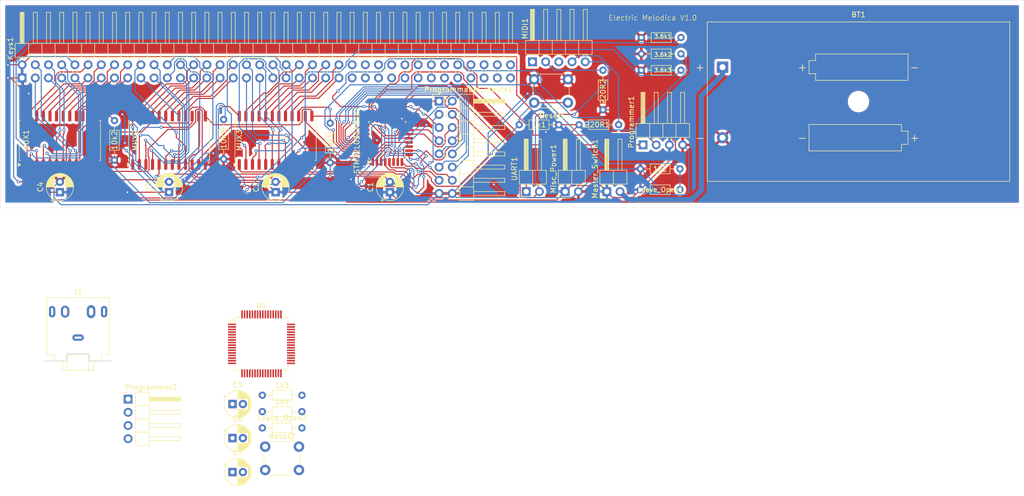
<source format=kicad_pcb>
(kicad_pcb (version 20240108) (generator "pcbnew") (generator_version "8.0")
  (layers (0 "F.Cu" signal) (31 "B.Cu" signal) (34 "B.Paste" user) (35 "F.Paste" user) (36 "B.SilkS" user "B.Silkscreen") (37 "F.SilkS" user "F.Silkscreen") (38 "B.Mask" user) (39 "F.Mask" user) (44 "Edge.Cuts" user))
  (net 0 "")
  (net 1 "VCC")
  (net 2 "Net-(STM32L031K6Tx1-NRST)")
  (net 3 "Net-(STM32L031K6Tx1-BOOT0)")
  (net 4 "GND")
  (net 5 "Net-(MUX3-~{E})")
  (net 6 "Net-(MUX1-~{E})")
  (net 7 "Net-(MUX2-~{E})")
  (net 8 "Net-(MIDI1-Pin_4)")
  (net 9 "Net-(MIDI1-Pin_2)")
  (net 10 "Net-(BT1-+)")
  (net 11 "/N11")
  (net 14 "/N34")
  (net 15 "/N10")
  (net 16 "/N6")
  (net 17 "/N8")
  (net 19 "/N21")
  (net 20 "/N46")
  (net 22 "/N44")
  (net 23 "/N4")
  (net 24 "/N32")
  (net 26 "/N0")
  (net 27 "/N41")
  (net 28 "/N43")
  (net 29 "/N33")
  (net 30 "/N9")
  (net 32 "/N17")
  (net 33 "/N40")
  (net 36 "/N20")
  (net 38 "/N39")
  (net 41 "/N31")
  (net 42 "/N36")
  (net 45 "/N23")
  (net 47 "/N16")
  (net 49 "/N29")
  (net 50 "/N14")
  (net 51 "/N42")
  (net 52 "/N38")
  (net 53 "/N7")
  (net 54 "/N30")
  (net 58 "/N15")
  (net 59 "/N12")
  (net 60 "/N2")
  (net 61 "/N22")
  (net 65 "/N26")
  (net 66 "/N35")
  (net 67 "/N18")
  (net 68 "/N28")
  (net 69 "/N37")
  (net 71 "/N25")
  (net 72 "/N45")
  (net 76 "/N19")
  (net 77 "/N3")
  (net 79 "/N5")
  (net 80 "/N1")
  (net 81 "/N24")
  (net 82 "/N27")
  (net 83 "/N47")
  (net 84 "/N13")
  (net 88 "/S0")
  (net 89 "/S3")
  (net 90 "/IN_0")
  (net 91 "/S1")
  (net 92 "/S2")
  (net 93 "/IN_1")
  (net 94 "/IN_2")
  (net 95 "/PA2")
  (net 96 "/PC15")
  (net 97 "/PB4")
  (net 98 "/PA0")
  (net 99 "/PA3")
  (net 100 "/PC14")
  (net 101 "/PB6")
  (net 102 "/PB5")
  (net 103 "/PB0")
  (net 104 "/PB3")
  (net 105 "/PA1")
  (net 106 "/PA8")
  (net 107 "/PB1")
  (net 108 "/PB7")
  (net 111 "Net-(U1-NRST)")
  (net 112 "Net-(U1-BOOT0)")
  (net 113 "/UART_RX_MAIN")
  (net 114 "/UART_RX_SYNTH")
  (net 115 "/SWCLK_MAIN")
  (net 116 "/SWDIO_MAIN")
  (net 128 "Net-(U1-VCAP_1)")
  (net 144 "Net-(U1-VCAP_2)")
  (net 150 "/SWCLK_SYNTH")
  (net 162 "/SWDIO_SYNTH")
  (net 164 "/DAC2_SYNTH")
  (net 165 "/DAC1_SYNTH")
  (footprint "Connector_PinHeader_2.54mm:PinHeader_1x04_P2.54mm_Horizontal" (layer "F.Cu") (at 99.125 168.85)
    (property "Reference" "Programmer2")
    (property "Value" "Conn_01x04")
  )
  (footprint "Connector_PinHeader_2.54mm:PinHeader_1x02_P2.54mm_Horizontal" (layer "F.Cu") (at 175.725 128.875 90)
    (property "Reference" "UART1")
    (property "Value" "Conn_01x02_Pin" (hide yes))
  )
  (footprint "Capacitor_THT:CP_Radial_D5.0mm_P2.00mm" (layer "F.Cu") (at 86 129 90)
    (property "Reference" "C4")
    (property "Value" "C" (hide yes))
  )
  (footprint "Package_QFP:LQFP-64_10x10mm_P0.5mm" (layer "F.Cu") (at 124.79 158.2)
    (property "Reference" "U1")
    (property "Value" "STM32F405RGTx")
  )
  (footprint "Resistor_THT:R_Axial_DIN0204_L3.6mm_D1.6mm_P7.62mm_Horizontal" (layer "F.Cu") (at 96.5 122.81 90)
    (property "Reference" "10k2")
    (property "Value" "R" (hide yes))
  )
  (footprint "Capacitor_THT:CP_Radial_D5.0mm_P2.00mm" (layer "F.Cu") (at 127.5 129 90)
    (property "Reference" "C2")
    (property "Value" "C" (hide yes))
  )
  (footprint "Button_Switch_THT:SW_PUSH_6mm_H4.3mm" (layer "F.Cu") (at 125.5 178)
    (property "Reference" "Reset2")
    (property "Value" "SW_Push")
  )
  (footprint "Resistor_THT:R_Axial_DIN0204_L3.6mm_D1.6mm_P7.62mm_Horizontal" (layer "F.Cu") (at 197.88 99.2)
    (property "Reference" "3.6k1")
    (property "Value" "R" (hide yes))
  )
  (footprint "Connector_PinHeader_2.54mm:PinHeader_2x38_P2.54mm_Horizontal" (layer "F.Cu") (at 78.725 106.985 90)
    (property "Reference" "Keys1")
    (property "Value" "Conn_02x38_Odd_Even_Shielded" (hide yes))
  )
  (footprint "Package_SO:SOIC-24W_7.5x15.4mm_P1.27mm" (layer "F.Cu") (at 127.5 119 90)
    (property "Reference" "MUX3")
    (property "Value" "CD74HC4067M" (hide yes))
  )
  (footprint "Resistor_THT:R_Axial_DIN0204_L3.6mm_D1.6mm_P7.62mm_Horizontal" (layer "F.Cu") (at 117.5 115 -90)
    (property "Reference" "10k3")
    (property "Value" "R" (hide yes))
  )
  (footprint "Button_Switch_THT:SW_PUSH_6mm_H4.3mm" (layer "F.Cu") (at 177.25 107.25)
    (property "Reference" "Reset1")
    (property "Value" "SW_Push" (hide yes))
  )
  (footprint "Resistor_THT:R_Axial_DIN0204_L3.6mm_D1.6mm_P7.62mm_Horizontal" (layer "F.Cu") (at 182 116 180)
    (property "Reference" "1k1")
    (property "Value" "R" (hide yes))
  )
  (footprint "Package_QFP:LQFP-32_7x7mm_P0.8mm" (layer "F.Cu") (at 149 119 90)
    (property "Reference" "STM32L031K6Tx1")
    (property "Value" "STM32L031K6Tx" (hide yes))
  )
  (footprint "Package_SO:SOIC-24W_7.5x15.4mm_P1.27mm" (layer "F.Cu") (at 107 119 90)
    (property "Reference" "MUX2")
    (property "Value" "CD74HC4067M" (hide yes))
  )
  (footprint "Resistor_THT:R_Axial_DIN0204_L3.6mm_D1.6mm_P7.62mm_Horizontal" (layer "F.Cu") (at 205.5 102.35 180)
    (property "Reference" "3.6k2")
    (property "Value" "R" (hide yes))
  )
  (footprint "Resistor_THT:R_Axial_DIN0204_L3.6mm_D1.6mm_P7.62mm_Horizontal" (layer "F.Cu") (at 138 115.69 -90)
    (property "Reference" "10k1")
    (property "Value" "R" (hide yes))
  )
  (footprint "Connector_PinHeader_2.54mm:PinHeader_1x04_P2.54mm_Horizontal" (layer "F.Cu") (at 198.2 119.875 90)
    (property "Reference" "Programmer1")
    (property "Value" "Conn_01x04" (hide yes))
  )
  (footprint "Connector_PinHeader_2.54mm:PinHeader_1x02_P2.54mm_Horizontal" (layer "F.Cu") (at 191.225 128.875 90)
    (property "Reference" "Master_Switch1")
    (property "Value" "Conn_01x02" (hide yes))
  )
  (footprint "Resistor_THT:R_Axial_DIN0204_L3.6mm_D1.6mm_P7.62mm_Horizontal" (layer "F.Cu") (at 205.31 128.5 180)
    (property "Reference" "Leave_Open1")
    (property "Value" "R" (hide yes))
  )
  (footprint "Connector_PinHeader_2.54mm:PinHeader_1x05_P2.54mm_Horizontal" (layer "F.Cu") (at 176.925 103.875 90)
    (property "Reference" "MIDI1")
    (property "Value" "Conn_01x05" (hide yes))
  )
  (footprint "Capacitor_THT:CP_Radial_D5.0mm_P2.00mm" (layer "F.Cu") (at 119.209775 169.8)
    (property "Reference" "C5")
    (property "Value" "C")
  )
  (footprint "Capacitor_THT:CP_Radial_D5.0mm_P2.00mm" (layer "F.Cu") (at 119.209775 182.9)
    (property "Reference" "C7")
    (property "Value" "C")
  )
  (footprint "Resistor_THT:R_Axial_DIN0204_L3.6mm_D1.6mm_P7.62mm_Horizontal" (layer "F.Cu") (at 124.95 174.4)
    (property "Reference" "Leave_Open2")
    (property "Value" "R")
  )
  (footprint "Resistor_THT:R_Axial_DIN0204_L3.6mm_D1.6mm_P7.62mm_Horizontal" (layer "F.Cu") (at 190.5 113.12 90)
    (property "Reference" "220R2")
    (property "Value" "R" (hide yes))
  )
  (footprint "Capacitor_THT:CP_Radial_D5.0mm_P2.00mm" (layer "F.Cu") (at 107 129 90)
    (property "Reference" "C3")
    (property "Value" "C" (hide yes))
  )
  (footprint "Resistor_THT:R_Axial_DIN0204_L3.6mm_D1.6mm_P7.62mm_Horizontal" (layer "F.Cu") (at 124.95 168.1)
    (property "Reference" "1k3")
    (property "Value" "R")
  )
  (footprint "Battery:BatteryHolder_MPD_BC2AAPC_2xAA" (layer "F.Cu") (at 213.5 104.91)
    (property "Reference" "BT1")
    (property "Value" "Battery")
  )
  (footprint "Capacitor_THT:CP_Radial_D5.0mm_P2.00mm" (layer "F.Cu") (at 119.209775 176.35)
    (property "Reference" "C6")
    (property "Value" "C")
  )
  (footprint "Connector_Audio:Jack_3.5mm_CUI_SJ1-3525N_Horizontal" (layer "F.Cu") (at 89.5 157)
    (property "Reference" "J1")
    (property "Value" "AudioJack3_SwitchTR")
    (fp_line (start -2.2 3.5) (end -2.2 4.5) (stroke (width 0.12)) (layer "Edge.Cuts"))
    (fp_line (start -2.2 4.5) (end -6.5 4.5) (stroke (width 0.12)) (layer "Edge.Cuts"))
    (fp_line (start 1.8 3.1) (end -1.8 3.1) (stroke (width 0.12)) (layer "Edge.Cuts"))
    (fp_line (start 2.2 3.5) (end 2.2 4.5) (stroke (width 0.12)) (layer "Edge.Cuts"))
    (fp_line (start 2.2 4.5) (end 6.5 4.5) (stroke (width 0.12)) (layer "Edge.Cuts"))
    (fp_arc (start -2.2 3.5) (mid -2.082842 3.217158) (end -1.8 3.1) (stroke (width 0.12)) (layer "Edge.Cuts"))
    (fp_arc (start 1.8 3.1) (mid 2.082843 3.217157) (end 2.2 3.5) (stroke (width 0.12)) (layer "Edge.Cuts"))
  )
  (footprint "Capacitor_THT:CP_Radial_D5.0mm_P2.00mm" (layer "F.Cu") (at 149.5 129 90)
    (property "Reference" "C1")
    (property "Value" "C" (hide yes))
  )
  (footprint "Connector_PinHeader_2.54mm:PinHeader_2x08_P2.54mm_Horizontal" (layer "F.Cu") (at 158.96 111.46)
    (property "Reference" "Programmable_Inputs1")
    (property "Value" "Conn_02x08_Odd_Even" (hide yes))
  )
  (footprint "Resistor_THT:R_Axial_DIN0204_L3.6mm_D1.6mm_P7.62mm_Horizontal" (layer "F.Cu") (at 124.95 171.25)
    (property "Reference" "1k4")
    (property "Value" "R")
  )
  (footprint "Connector_PinHeader_2.54mm:PinHeader_1x02_P2.54mm_Horizontal" (layer "F.Cu") (at 183.225 128.875 90)
    (property "Reference" "Misc_Power1")
    (property "Value" "Conn_01x02" (hide yes))
  )
  (footprint "Resistor_THT:R_Axial_DIN0204_L3.6mm_D1.6mm_P7.62mm_Horizontal" (layer "F.Cu") (at 185.88 116)
    (property "Reference" "220R1")
    (property "Value" "R" (hide yes))
  )
  (footprint "Package_SO:SOIC-24W_7.5x15.4mm_P1.27mm" (layer "F.Cu") (at 86 119 90)
    (property "Reference" "MUX1")
    (property "Value" "CD74HC4067M")
  )
  (footprint "Resistor_THT:R_Axial_DIN0204_L3.6mm_D1.6mm_P7.62mm_Horizontal" (layer "F.Cu") (at 205.31 124.5 180)
    (property "Reference" "1k2")
    (property "Value" "R" (hide yes))
  )
  (footprint "Resistor_THT:R_Axial_DIN0204_L3.6mm_D1.6mm_P7.62mm_Horizontal" (layer "F.Cu") (at 197.88 105.5)
    (property "Reference" "3.6k3")
    (property "Value" "R" (hide yes))
  )
  (gr_rect (start 74.5 92) (end 271.5 132) (stroke (width 0.05)) (fill none) (layer "Edge.Cuts"))
  (gr_text "Electric Melodica V1.0" (at 191.5 96 0) (layer "F.SilkS") (effects (font (size 1 1) (thickness 0.1)) (justify left bottom)))
  (segment (start 185.88 116) (end 184.48 117.4) (width 0.2) (layer "F.Cu") (net 1))
  (segment (start 79.015 114.35) (end 79.685 115.02) (width 0.2) (layer "F.Cu") (net 1))
  (segment (start 152.359314 124.3) (end 152.559314 124.5) (width 0.2) (layer "F.Cu") (net 1))
  (segment (start 146.2 122.485785) (end 148.735785 119.95) (width 0.2) (layer "F.Cu") (net 1))
  (segment (start 203.28 122.91) (end 203.28 119.875) (width 0.2) (layer "F.Cu") (net 1))
  (segment (start 76 104.5) (end 76.055 104.445) (width 0.2) (layer "F.Cu") (net 1))
  (segment (start 197.69 128.5) (end 203.28 122.91) (width 0.2) (layer "F.Cu") (net 1))
  (segment (start 190.075 127.725) (end 191.225 128.875) (width 0.2) (layer "F.Cu") (net 1))
  (segment (start 118.665 112.5) (end 120.515 114.35) (width 0.2) (layer "F.Cu") (net 1))
  (segment (start 144.5 124) (end 145 123.5) (width 0.2) (layer "F.Cu") (net 1))
  (segment (start 179.651471 116) (end 182 116) (width 0.2) (layer "F.Cu") (net 1))
  (segment (start 127.5 129) (end 139.5 129) (width 0.2) (layer "F.Cu") (net 1))
  (segment (start 173.895 102.895) (end 173.895 110.243529) (width 0.2) (layer "F.Cu") (net 1))
  (segment (start 146.2 123.175) (end 146.2 122.485785) (width 0.2) (layer "F.Cu") (net 1))
  (segment (start 191.225 128.875) (end 192.375 130.025) (width 0.2) (layer "F.Cu") (net 1))
  (segment (start 184.48 117.4) (end 179.5 117.4) (width 0.2) (layer "F.Cu") (net 1))
  (segment (start 145 123.5) (end 145.875 123.5) (width 0.2) (layer "F.Cu") (net 1))
  (segment (start 79.685 115.02) (end 79.685 125.185) (width 0.2) (layer "F.Cu") (net 1))
  (segment (start 149.4 123.175) (end 149.4 123.924999) (width 0.2) (layer "F.Cu") (net 1))
  (segment (start 173.895 110.243529) (end 179.651471 116) (width 0.2) (layer "F.Cu") (net 1))
  (segment (start 79.5 110) (end 80 110) (width 0.2) (layer "F.Cu") (net 1))
  (segment (start 79.685 125.185) (end 83.5 129) (width 0.2) (layer "F.Cu") (net 1))
  (segment (start 99 129) (end 107 129) (width 0.2) (layer "F.Cu") (net 1))
  (segment (start 144.5 129) (end 144 128.5) (width 0.2) (layer "F.Cu") (net 1))
  (segment (start 83.5 129) (end 86 129) (width 0.2) (layer "F.Cu") (net 1))
  (segment (start 117 112.5) (end 118.665 112.5) (width 0.2) (layer "F.Cu") (net 1))
  (segment (start 153 124.5) (end 153.5 125) (width 0.2) (layer "F.Cu") (net 1))
  (segment (start 100 116.5) (end 100.015 116.485) (width 0.2) (layer "F.Cu") (net 1))
  (segment (start 100.015 116.485) (end 100.015 114.35) (width 0.2) (layer "F.Cu") (net 1))
  (segment (start 78.725 104.445) (end 80.275 102.895) (width 0.2) (layer "F.Cu") (net 1))
  (segment (start 148.735785 119.95) (end 149 119.95) (width 0.2) (layer "F.Cu") (net 1))
  (segment (start 182 116) (end 185.88 116) (width 0.2) (layer "F.Cu") (net 1))
  (segment (start 183.225 128.875) (end 184.375 127.725) (width 0.2) (layer "F.Cu") (net 1))
  (segment (start 149.4 123.924999) (end 149.775001 124.3) (width 0.2) (layer "F.Cu") (net 1))
  (segment (start 79.015 114.35) (end 79.015 107.275) (width 0.2) (layer "F.Cu") (net 1))
  (segment (start 150.99 130.49) (end 181.61 130.49) (width 0.2) (layer "F.Cu") (net 1))
  (segment (start 79.015 107.275) (end 78.725 106.985) (width 0.2) (layer "F.Cu") (net 1))
  (segment (start 76 107) (end 76.015 106.985) (width 0.2) (layer "F.Cu") (net 1))
  (segment (start 149.5 129) (end 150.99 130.49) (width 0.2) (layer "F.Cu") (net 1))
  (segment (start 196.165 130.025) (end 197.69 128.5) (width 0.2) (layer "F.Cu") (net 1))
  (segment (start 76 107) (end 76.5 107) (width 0.2) (layer "F.Cu") (net 1))
  (segment (start 110 126.5) (end 110.6 127.1) (width 0.2) (layer "F.Cu") (net 1))
  (segment (start 149.5 129) (end 144.5 129) (width 0.2) (layer "F.Cu") (net 1))
  (segment (start 145.875 123.5) (end 146.2 123.175) (width 0.2) (layer "F.Cu") (net 1))
  (segment (start 80.275 102.895) (end 173.895 102.895) (width 0.2) (layer "F.Cu") (net 1))
  (segment (start 76.015 106.985) (end 78.725 106.985) (width 0.2) (layer "F.Cu") (net 1))
  (segment (start 76.5 107) (end 79.5 110) (width 0.2) (layer "F.Cu") (net 1))
  (segment (start 149.775001 124.3) (end 152.359314 124.3) (width 0.2) (layer "F.Cu") (net 1))
  (segment (start 181.61 130.49) (end 183.225 128.875) (width 0.2) (layer "F.Cu") (net 1))
  (segment (start 149 119.95) (end 149.825499 119.95) (width 0.2) (layer "F.Cu") (net 1))
  (segment (start 139.5 129) (end 142 126.5) (width 0.2) (layer "F.Cu") (net 1))
  (segment (start 184.375 127.725) (end 190.075 127.725) (width 0.2) (layer "F.Cu") (net 1))
  (segment (start 76.055 104.445) (end 78.725 104.445) (width 0.2) (layer "F.Cu") (net 1))
  (segment (start 149.825499 119.95) (end 149.875499 120) (width 0.2) (layer "F.Cu") (net 1))
  (segment (start 125.6 127.1) (end 127.5 129) (width 0.2) (layer "F.Cu") (net 1))
  (segment (start 110.6 127.1) (end 125.6 127.1) (width 0.2) (layer "F.Cu") (net 1))
  (segment (start 152.559314 124.5) (end 153 124.5) (width 0.2) (layer "F.Cu") (net 1))
  (segment (start 192.375 130.025) (end 196.165 130.025) (width 0.2) (layer "F.Cu") (net 1))
  (via (at 149.875499 120) (size 0.6) (drill 0.3) (layers "F.Cu" "B.Cu") (net 1))
  (via (at 144.5 124) (size 0.6) (drill 0.3) (layers "F.Cu" "B.Cu") (net 1))
  (via (at 142 126.5) (size 0.6) (drill 0.3) (layers "F.Cu" "B.Cu") (net 1))
  (via (at 76 104.5) (size 0.6) (drill 0.3) (layers "F.Cu" "B.Cu") (net 1))
  (via (at 151.8 114.825) (size 0.6) (drill 0.3) (layers "F.Cu" "B.Cu") (net 1))
  (via (at 144 128.5) (size 0.6) (drill 0.3) (layers "F.Cu" "B.Cu") (net 1))
  (via (at 153.5 125) (size 0.6) (drill 0.3) (layers "F.Cu" "B.Cu") (net 1))
  (via (at 99 129) (size 0.6) (drill 0.3) (layers "F.Cu" "B.Cu") (net 1))
  (via (at 110 126.5) (size 0.6) (drill 0.3) (layers "F.Cu" "B.Cu") (net 1))
  (via (at 100 116.5) (size 0.6) (drill 0.3) (layers "F.Cu" "B.Cu") (net 1))
  (via (at 76 107) (size 0.6) (drill 0.3) (layers "F.Cu" "B.Cu") (net 1))
  (via (at 117 112.5) (size 0.6) (drill 0.3) (layers "F.Cu" "B.Cu") (net 1))
  (via (at 179.5 117.4) (size 0.6) (drill 0.3) (layers "F.Cu" "B.Cu") (net 1))
  (via (at 80 110) (size 0.6) (drill 0.3) (layers "F.Cu" "B.Cu") (net 1))
  (segment (start 149.875499 120) (end 149.875499 116.749501) (width 0.2) (layer "B.Cu") (net 1))
  (segment (start 78.725 106.985) (end 78.725 104.445) (width 0.2) (layer "B.Cu") (net 1))
  (segment (start 121.751471 129.1) (end 116.5 123.848529) (width 0.2) (layer "B.Cu") (net 1))
  (segment (start 153.5 126) (end 150.5 129) (width 0.2) (layer "B.Cu") (net 1))
  (segment (start 116.5 113) (end 117 112.5) (width 0.2) (layer "B.Cu") (net 1))
  (segment (start 144 128.5) (end 142 126.5) (width 0.2) (layer "B.Cu") (net 1))
  (segment (start 149.875499 116.749501) (end 151.8 114.825) (width 0.2) (layer "B.Cu") (net 1))
  (segment (start 86 129) (end 99 129) (width 0.2) (layer "B.Cu") (net 1))
  (segment (start 107 129) (end 109.5 126.5) (width 0.2) (layer "B.Cu") (net 1))
  (segment (start 109.5 126.5) (end 110 126.5) (width 0.2) (layer "B.Cu") (net 1))
  (segment (start 142 126.5) (end 144.5 124) (width 0.2) (layer "B.Cu") (net 1))
  (segment (start 127.4 129.1) (end 121.751471 129.1) (width 0.2) (layer "B.Cu") (net 1))
  (segment (start 183.225 117.225) (end 183.225 128.875) (width 0.2) (layer "B.Cu") (net 1))
  (segment (start 100 123) (end 100 116.5) (width 0.2) (layer "B.Cu") (net 1))
  (segment (start 150.5 129) (end 149.5 129) (width 0.2) (layer "B.Cu") (net 1))
  (segment (start 116.5 123.848529) (end 116.5 113) (width 0.2) (layer "B.Cu") (net 1))
  (segment (start 153.5 125) (end 153.5 126) (width 0.2) (layer "B.Cu") (net 1))
  (segment (start 182 116) (end 183.225 117.225) (width 0.2) (layer "B.Cu") (net 1))
  (segment (start 127.5 129) (end 127.4 129.1) (width 0.2) (layer "B.Cu") (net 1))
  (segment (start 107 129) (end 106 129) (width 0.2) (layer "B.Cu") (net 1))
  (segment (start 106 129) (end 100 123) (width 0.2) (layer "B.Cu") (net 1))
  (segment (start 155.448529 125.4) (end 156.492821 125.4) (width 0.2) (layer "F.Cu") (net 2))
  (segment (start 148.6 123.175) (end 148.6 123.924999) (width 0.2) (layer "F.Cu") (net 2))
  (segment (start 156.492821 125.4) (end 157.5 126.407179) (width 0.2) (layer "F.Cu") (net 2))
  (segment (start 148.6 123.924999) (end 149.375001 124.7) (width 0.2) (layer "F.Cu") (net 2))
  (segment (start 150.631372 125) (end 152.5 125) (width 0.2) (layer "F.Cu") (net 2))
  (segment (start 162.65 127.85) (end 169 121.5) (width 0.2) (layer "F.Cu") (net 2))
  (segment (start 157.5 126.407179) (end 157.5 126.866346) (width 0.2) (layer "F.Cu") (net 2))
  (segment (start 177.25 111.75) (end 183.75 111.75) (width 0.2) (layer "F.Cu") (net 2))
  (segment (start 150.331372 124.7) (end 150.631372 125) (width 0.2) (layer "F.Cu") (net 2))
  (segment (start 149.375001 124.7) (end 150.331372 124.7) (width 0.2) (layer "F.Cu") (net 2))
  (segment (start 152.5 125) (end 153.925735 126.425736) (width 0.2) (layer "F.Cu") (net 2))
  (segment (start 155.248529 125.6) (end 155.448529 125.4) (width 0.2) (layer "F.Cu") (net 2))
  (segment (start 157.5 126.866346) (end 158.483654 127.85) (width 0.2) (layer "F.Cu") (net 2))
  (segment (start 153.925735 126.425736) (end 154.751471 125.6) (width 0.2) (layer "F.Cu") (net 2))
  (segment (start 158.483654 127.85) (end 162.65 127.85) (width 0.2) (layer "F.Cu") (net 2))
  (segment (start 154.751471 125.6) (end 155.248529 125.6) (width 0.2) (layer "F.Cu") (net 2))
  (via (at 169 121.5) (size 0.6) (drill 0.3) (layers "F.Cu" "B.Cu") (net 2))
  (segment (start 169 121.5) (end 169 121.38) (width 0.2) (layer "B.Cu") (net 2))
  (segment (start 174.38 114.62) (end 177.25 111.75) (width 0.2) (layer "B.Cu") (net 2))
  (segment (start 169 121.38) (end 174.38 116) (width 0.2) (layer "B.Cu") (net 2))
  (segment (start 174.38 116) (end 174.38 114.62) (width 0.2) (layer "B.Cu") (net 2))
  (segment (start 138.625662 119.302621) (end 138.625662 117) (width 0.2) (layer "F.Cu") (net 3))
  (segment (start 144.075001 121) (end 143.975001 121.1) (width 0.2) (layer "F.Cu") (net 3))
  (segment (start 144.825 121) (end 144.075001 121) (width 0.2) (layer "F.Cu") (net 3))
  (segment (start 140.423041 121.1) (end 138.625662 119.302621) (width 0.2) (layer "F.Cu") (net 3))
  (segment (start 143.975001 121.1) (end 140.423041 121.1) (width 0.2) (layer "F.Cu") (net 3))
  (via (at 138.625662 117) (size 0.6) (drill 0.3) (layers "F.Cu" "B.Cu") (net 3))
  (segment (start 204.31 123.5) (end 205.31 124.5) (width 0.2) (layer "B.Cu") (net 3))
  (segment (start 137 113.151471) (end 141.841471 108.31) (width 0.2) (layer "B.Cu") (net 3))
  (segment (start 137.895786 117) (end 137 116.104214) (width 0.2) (layer "B.Cu") (net 3))
  (segment (start 137 116.104214) (end 137 113.151471) (width 0.2) (layer "B.Cu") (net 3))
  (segment (start 141.841471 108.31) (end 176.31 108.31) (width 0.2) (layer "B.Cu") (net 3))
  (segment (start 191.5 123.5) (end 204.31 123.5) (width 0.2) (layer "B.Cu") (net 3))
  (segment (start 176.31 108.31) (end 191.5 123.5) (width 0.2) (layer "B.Cu") (net 3))
  (segment (start 138.625662 117) (end 137.895786 117) (width 0.2) (layer "B.Cu") (net 3))
  (segment (start 205.31 124.5) (end 205.31 128.5) (width 0.2) (layer "B.Cu") (net 3))
  (segment (start 151.1 117.465686) (end 151.1 117.748529) (width 0.2) (layer "F.Cu") (net 4))
  (segment (start 87.235 125.765) (end 87.235 119.225552) (width 0.2) (layer "F.Cu") (net 4))
  (segment (start 153.09 130.09) (end 158.11 130.09) (width 0.2) (layer "F.Cu") (net 4))
  (segment (start 100.6 119.5) (end 98.5 119.5) (width 0.2) (layer "F.Cu") (net 4))
  (segment (start 158.11 130.09) (end 158.96 129.24) (width 0.2) (layer "F.Cu") (net 4))
  (segment (start 137.5 127) (end 127.5 127) (width 0.2) (layer "F.Cu") (net 4))
  (segment (start 145.574999 121.8) (end 144.825 121.8) (width 0.2) (layer "F.Cu") (net 4))
  (segment (start 196.714214 130.89) (end 204.43 123.174214) (width 0.2) (layer "F.Cu") (net 4))
  (segment (start 115 122.635) (end 113.985 123.65) (width 0.2) (layer "F.Cu") (net 4))
  (segment (start 137.5 126.5) (end 138 126) (width 0.2) (layer "F.Cu") (net 4))
  (segment (start 115.5 121.5) (end 115 122) (width 0.2) (layer "F.Cu") (net 4))
  (segment (start 115 122) (end 115 122.635) (width 0.2) (layer "F.Cu") (net 4))
  (segment (start 87.235 119.225552) (end 89.845 116.615552) (width 0.2) (layer "F.Cu") (net 4))
  (segment (start 98.5 119.5) (end 96.5 121.5) (width 0.2) (layer "F.Cu") (net 4))
  (segment (start 160.65 130.09) (end 152.79 130.09) (width 0.2) (layer "F.Cu") (net 4))
  (segment (start 89.845 113.284448) (end 90.629448 112.5) (width 0.2) (layer "F.Cu") (net 4))
  (segment (start 122.5 128) (end 125.5 128) (width 0.2) (layer "F.Cu") (net 4))
  (segment (start 147 119) (end 147 120.374999) (width 0.2) (layer "F.Cu") (net 4))
  (segment (start 204.43 123.174214) (end 204.43 119.398654) (width 0.2) (layer "F.Cu") (net 4))
  (segment (start 96.5 112.5) (end 98 114) (width 0.2) (layer "F.Cu") (net 4))
  (segment (start 147.5 116.848529) (end 147.5 116.5) (width 0.2) (layer "F.Cu") (net 4))
  (segment (start 143.751471 127.9) (end 143.4 128.251471) (width 0.2) (layer "F.Cu") (net 4))
  (segment (start 149.5 127) (end 150 127) (width 0.2) (layer "F.Cu") (net 4))
  (segment (start 176 110) (end 177.25 108.75) (width 0.2) (layer "F.Cu") (net 4))
  (segment (start 151.1 117.748529) (end 150.748529 118.1) (width 0.2) (layer "F.Cu") (net 4))
  (segment (start 134.825 123.31) (end 138 123.31) (width 0.2) (layer "F.Cu") (net 4))
  (segment (start 156.3 116.2) (end 156.5 116) (width 0.2) (layer "F.Cu") (net 4))
  (segment (start 179.75 107.25) (end 183.75 107.25) (width 0.2) (layer "F.Cu") (net 4))
  (segment (start 92.985 123.65) (end 93.825 122.81) (width 0.2) (layer "F.Cu") (net 4))
  (segment (start 134.485 123.65) (end 134.825 123.31) (width 0.2) (layer "F.Cu") (net 4))
  (segment (start 150.6 127.9) (end 143.751471 127.9) (width 0.2) (layer "F.Cu") (net 4))
  (segment (start 89.845 116.615552) (end 89.845 113.284448) (width 0.2) (layer "F.Cu") (net 4))
  (segment (start 150 127) (end 153.09 130.09) (width 0.2) (layer "F.Cu") (net 4))
  (segment (start 152.79 130.09) (end 150.6 127.9) (width 0.2) (layer "F.Cu") (net 4))
  (segment (start 150.748529 118.1) (end 148.751471 118.1) (width 0.2) (layer "F.Cu") (net 4))
  (segment (start 143.4 128.748529) (end 145.541471 130.89) (width 0.2) (layer "F.Cu") (net 4))
  (segment (start 86 127) (end 87.235 125.765) (width 0.2) (layer "F.Cu") (net 4))
  (segment (start 153.175 116.2) (end 152.365686 116.2) (width 0.2) (layer "F.Cu") (net 4))
  (segment (start 137.5 127) (end 137.5 126.5) (width 0.2) (layer "F.Cu") (net 4))
  (segment (start 204.43 119.398654) (end 198.151346 113.12) (width 0.2) (layer "F.Cu") (net 4))
  (segment (start 177.075735 109.924265) (end 179.75 107.25) (width 0.2) (layer "F.Cu") (net 4))
  (segment (start 139.6 125.9) (end 139.5 126) (width 0.2) (layer "F.Cu") (net 4))
  (segment (start 147 120.374999) (end 145.574999 121.8) (width 0.2) (layer "F.Cu") (net 4))
  (segment (start 143.4 128.251471) (end 143.4 128.748529) (width 0.2) (layer "F.Cu") (net 4))
  (segment (start 90.629448 112.5) (end 96.5 112.5) (width 0.2) (layer "F.Cu") (net 4))
  (segment (start 144.775 121.75) (end 143 121.75) (width 0.2) (layer "F.Cu") (net 4))
  (segment (start 122.2 127.7) (end 122.5 128) (width 0.2) (layer "F.Cu") (net 4))
  (segment (start 144.825 121.8) (end 144.95 121.925) (width 0.2) (layer "F.Cu") (net 4))
  (segment (start 139.6 125.9) (end 148.4 125.9) (width 0.2) (layer "F.Cu") (net 4))
  (segment (start 153.175 116.2) (end 156.3 116.2) (width 0.2) (layer "F.Cu") (net 4))
  (segment (start 93.825 122.81) (end 96.5 122.81) (width 0.2) (layer "F.Cu") (net 4))
  (segment (start 96.5 121.5) (end 96.5 122.81) (width 0.2) (layer "F.Cu") (net 4))
  (segment (start 152.365686 116.2) (end 151.1 117.465686) (width 0.2) (layer "F.Cu") (net 4))
  (segment (start 144.95 121.925) (end 144.775 121.75) (width 0.2) (layer "F.Cu") (net 4))
  (segment (start 198.151346 113.12) (end 190.5 113.12) (width 0.2) (layer "F.Cu") (net 4))
  (segment (start 177.25 108.75) (end 177.25 107.25) (width 0.2) (layer "F.Cu") (net 4))
  (segment (start 148.751471 118.1) (end 147.5 116.848529) (width 0.2) (layer "F.Cu") (net 4))
  (segment (start 148.4 125.9) (end 149.5 127) (width 0.2) (layer "F.Cu") (net 4))
  (segment (start 139.5 126) (end 138 126) (width 0.2) (layer "F.Cu") (net 4))
  (segment (start 145.541471 130.89) (end 196.714214 130.89) (width 0.2) (layer "F.Cu") (net 4))
  (segment (start 161.5 129.24) (end 160.65 130.09) (width 0.2) (layer "F.Cu") (net 4))
  (segment (start 121.5 127.7) (end 122.2 127.7) (width 0.2) (layer "F.Cu") (net 4))
  (via (at 100.6 119.5) (size 0.6) (drill 0.3) (layers "F.Cu" "B.Cu") (net 4))
  (via (at 156.5 116) (size 0.6) (drill 0.3) (layers "F.Cu" "B.Cu") (net 4))
  (via (at 125.5 128) (size 0.6) (drill 0.3) (layers "F.Cu" "B.Cu") (net 4))
  (via (at 176 110) (size 0.6) (drill 0.3) (layers "F.Cu" "B.Cu") (net 4))
  (via (at 138 126) (size 0.6) (drill 0.3) (layers "F.Cu" "B.Cu") (net 4))
  (via (at 147.5 116.5) (size 0.6) (drill 0.3) (layers "F.Cu" "B.Cu") (net 4))
  (via (at 147 119) (size 0.6) (drill 0.3) (layers "F.Cu" "B.Cu") (net 4))
  (via (at 143 121.75) (size 0.6) (drill 0.3) (layers "F.Cu" "B.Cu") (net 4))
  (via (at 177.075735 109.924265) (size 0.6) (drill 0.3) (layers "F.Cu" "B.Cu") (net 4))
  (via (at 115.5 121.5) (size 0.6) (drill 0.3) (layers "F.Cu" "B.Cu") (net 4))
  (via (at 169.5 127.5) (size 0.6) (drill 0.3) (layers "F.Cu" "B.Cu") (net 4))
  (via (at 121.5 127.7) (size 0.6) (drill 0.3) (layers "F.Cu" "B.Cu") (net 4))
  (via (at 98.5 119.5) (size 0.6) (drill 0.3) (layers "F.Cu" "B.Cu") (net 4))
  (via (at 98 114) (size 0.6) (drill 0.3) (layers "F.Cu" "B.Cu") (net 4))
  (segment (start 86.2 131.4) (end 84.86863 130.06863) (width 0.2) (layer "B.Cu") (net 4))
  (segment (start 147 116) (end 146.5 116) (width 0.2) (layer "B.Cu") (net 4))
  (segment (start 143.4 126.1) (end 143.4 127.248529) (width 0.2) (layer "B.Cu") (net 4))
  (segment (start 117.5 122.62) (end 121.5 126.62) (width 0.2) (layer "B.Cu") (net 4))
  (segment (start 98.5 114.5) (end 98.5 119.5) (width 0.2) (layer "B.Cu") (net 4))
  (segment (start 161.5 129.24) (end 162.285 130.025) (width 0.2) (layer "B.Cu") (net 4))
  (segment (start 153.748529 124.4) (end 154.1 124.751471) (width 0.2) (layer "B.Cu") (net 4))
  (segment (start 161.5 129.24) (end 168.4 122.34) (width 0.2) (layer "B.Cu") (net 4))
  (segment (start 153.9 127.6) (end 153.9 128.4) (width 0.2) (layer "B.Cu") (net 4))
  (segment (start 84.86863 130.06863) (end 84.86863 127.93137) (width 0.2) (layer "B.Cu") (net 4))
  (segment (start 168.4 118.6) (end 177.075735 109.924265) (width 0.2) (layer "B.Cu") (net 4))
  (segment (start 156.5 116) (end 156.5 116.148532) (width 0.2) (layer "B.Cu") (net 4))
  (segment (start 150.12697 121.1) (end 149.275499 120.248529) (width 0.2) (layer "B.Cu") (net 4))
  (segment (start 197.69 124.5) (end 202.69 129.5) (width 0.2) (layer "B.Cu") (net 4))
  (segment (start 100.6 122.948529) (end 100.6 119.5) (width 0.2) (layer "B.Cu") (net 4))
  (segment (start 147.9 121.6) (end 143.4 126.1) (width 0.2) (layer "B.Cu") (net 4))
  (segment (start 202.69 129.5) (end 206.5 129.5) (width 0.2) (layer "B.Cu") (net 4))
  (segment (start 141.44 123.31) (end 138 123.31) (width 0.2) (layer "B.Cu") (net 4))
  (segment (start 168.4 117.6) (end 176 110) (width 0.2) (layer "B.Cu") (net 4))
  (segment (start 127 127.5) (end 127.5 127) (width 0.2) (layer "B.Cu") (net 4))
  (segment (start 143.4 127.248529) (end 143.868628 127.717157) (width 0.2) (layer "B.Cu") (net 4))
  (segment (start 84.86863 127.93137) (end 85.8 127) (width 0.2) (layer "B.Cu") (net 4))
  (segment (start 85.8 127) (end 86 127) (width 0.2) (layer "B.Cu") (net 4))
  (segment (start 206.5 129.5) (end 207 129) (width 0.2) (layer "B.Cu") (net 4))
  (segment (start 149.275499 120.248529) (end 149.275499 116.92697) (width 0.2) (layer "B.Cu") (net 4))
  (segment (start 138 123.31) (end 138 126) (width 0.2) (layer "B.Cu") (net 4))
  (segment (start 158.96 129.24) (end 156.8 131.4) (width 0.2) (layer "B.Cu") (net 4))
  (segment (start 98 114) (end 98.5 114.5) (width 0.2) (layer "B.Cu") (net 4))
  (segment (start 197.69 124.5) (end 190.14 124.5) (width 0.2) (layer "B.Cu") (net 4))
  (segment (start 154.74 129.24) (end 161.5 129.24) (width 0.2) (layer "B.Cu") (net 4))
  (segment (start 146 118) (end 147 119) (width 0.2) (layer "B.Cu") (net 4))
  (segment (start 126 127.5) (end 127 127.5) (width 0.2) (layer "B.Cu") (net 4))
  (segment (start 143 121.75) (end 141.44 123.31) (width 0.2) (layer "B.Cu") (net 4))
  (segment (start 107 127) (end 108.434314 127) (width 0.2) (layer "B.Cu") (net 4))
  (segment (start 147.9 116.751471) (end 147.9 121.6) (width 0.2) (layer "B.Cu") (net 4))
  (segment (start 184.615 130.025) (end 172.025 130.025) (width 0.2) (layer "B.Cu") (net 4))
  (segment (start 149.275499 116.92697) (end 148.748529 116.4) (width 0.2) (layer "B.Cu") (net 4))
  (segment (start 168.4 122.34) (end 168.4 117.6) (width 0.2) (layer "B.Cu") (net 4))
  (segment (start 113.934314 121.5) (end 115.5 121.5) (width 0.2) (layer "B.Cu") (net 4))
  (segment (start 151.548532 121.1) (end 150.12697 121.1) (width 0.2) (layer "B.Cu") (net 4))
  (segment (start 149.934314 127.717157) (end 153.251471 124.4) (width 0.2) (layer "B.Cu") (net 4))
  (segment (start 156.8 131.4) (end 86.2 131.4) (width 0.2) (layer "B.Cu") (net 4))
  (segment (start 108.434314 127) (end 113.934314 121.5) (width 0.2) (layer "B.Cu") (net 4))
  (segment (start 146 116.5) (end 146 118) (width 0.2) (layer "B.Cu") (net 4))
  (segment (start 104.651471 127) (end 100.6 122.948529) (width 0.2) (layer "B.Cu") (net 4))
  (segment (start 143.868628 127.717157) (end 149.934314 127.717157) (width 0.2) (layer "B.Cu") (net 4))
  (segment (start 190.14 124.5) (end 185.765 128.875) (width 0.2) (layer "B.Cu") (net 4))
  (segment (start 146.5 116) (end 146 116.5) (width 0.2) (layer "B.Cu") (net 4))
  (segment (start 148.251471 116.4) (end 147.9 116.751471) (width 0.2) (layer "B.Cu") (net 4))
  (segment (start 121.5 126.62) (end 121.5 127.7) (width 0.2) (layer "B.Cu") (net 4))
  (segment (start 162.285 130.025) (end 184.615 130.025) (width 0.2) (layer "B.Cu") (net 4))
  (segment (start 153.9 128.4) (end 154.74 129.24) (width 0.2) (layer "B.Cu") (net 4))
  (segment (start 154.1 124.751471) (end 154.1 127.4) (width 0.2) (layer "B.Cu") (net 4))
  (segment (start 107 127) (end 104.651471 127) (width 0.2) (layer "B.Cu") (net 4))
  (segment (start 148.748529 116.4) (end 148.251471 116.4) (width 0.2) (layer "B.Cu") (net 4))
  (segment (start 154.1 127.4) (end 153.9 127.6) (width 0.2) (layer "B.Cu") (net 4))
  (segment (start 125.5 128) (end 126 127.5) (width 0.2) (layer "B.Cu") (net 4))
  (segment (start 156.5 116.148532) (end 151.548532 121.1) (width 0.2) (layer "B.Cu") (net 4))
  (segment (start 184.615 130.025) (end 185.765 128.875) (width 0.2) (layer "B.Cu") (net 4))
  (segment (start 207 129) (end 207 121.055) (width 0.2) (layer "B.Cu") (net 4))
  (segment (start 168.4 122.34) (end 168.4 118.6) (width 0.2) (layer "B.Cu") (net 4))
  (segment (start 207 121.055) (end 205.82 119.875) (width 0.2) (layer "B.Cu") (net 4))
  (segment (start 172.025 130.025) (end 169.5 127.5) (width 0.2) (layer "B.Cu") (net 4))
  (segment (start 147.5 116.5) (end 147 116) (width 0.2) (layer "B.Cu") (net 4))
  (segment (start 153.251471 124.4) (end 153.748529 124.4) (width 0.2) (layer "B.Cu") (net 4))
  (segment (start 131.945 113.325001) (end 132.645001 112.625) (width 0.2) (layer "F.Cu") (net 5))
  (segment (start 131.945 114.35) (end 131.945 113.325001) (width 0.2) (layer "F.Cu") (net 5))
  (segment (start 132.645001 112.625) (end 137.625 112.625) (width 0.2) (layer "F.Cu") (net 5))
  (segment (start 137.625 112.625) (end 138 113) (width 0.2) (layer "F.Cu") (net 5))
  (via (at 138 113) (size 0.6) (drill 0.3) (layers "F.Cu" "B.Cu") (net 5))
  (segment (start 138 113) (end 138 115.69) (width 0.2) (layer "B.Cu") (net 5))
  (segment (start 94.335 113.025) (end 96.5 115.19) (width 0.2) (layer "F.Cu") (net 6))
  (segment (start 90.445 113.325001) (end 90.745001 113.025) (width 0.2) (layer "F.Cu") (net 6))
  (segment (start 90.445 114.35) (end 90.445 113.325001) (width 0.2) (layer "F.Cu") (net 6))
  (segment (start 90.745001 113.025) (end 94.335 113.025) (width 0.2) (layer "F.Cu") (net 6))
  (segment (start 111.445 115.604314) (end 110.549314 116.5) (width 0.2) (layer "F.Cu") (net 7))
  (segment (start 110.549314 116.5) (end 105.5 116.5) (width 0.2) (layer "F.Cu") (net 7))
  (segment (start 111.445 114.35) (end 111.445 115.604314) (width 0.2) (layer "F.Cu") (net 7))
  (via (at 105.5 116.5) (size 0.6) (drill 0.3) (layers "F.Cu" "B.Cu") (net 7))
  (segment (start 105.5 116.5) (end 102.151471 116.5) (width 0.2) (layer "B.Cu") (net 7))
  (segment (start 116.6 111.9) (end 117.248529 111.9) (width 0.2) (layer "B.Cu") (net 7))
  (segment (start 117.815 114.685) (end 117.5 115) (width 0.2) (layer "B.Cu") (net 7))
  (segment (start 116.1 122.1) (end 116.1 112.4) (width 0.2) (layer "B.Cu") (net 7))
  (segment (start 107.7 130.5) (end 116.1 122.1) (width 0.2) (layer "B.Cu") (net 7))
  (segment (start 99.751471 115.9) (end 99.4 116.251471) (width 0.2) (layer "B.Cu") (net 7))
  (segment (start 117.815 112.466471) (end 117.815 114.685) (width 0.2) (layer "B.Cu") (net 7))
  (segment (start 116.1 112.4) (end 116.6 111.9) (width 0.2) (layer "B.Cu") (net 7))
  (segment (start 99.4 123.6) (end 106.3 130.5) (width 0.2) (layer "B.Cu") (net 7))
  (segment (start 100.9 117.751471) (end 100.9 116.551471) (width 0.2) (layer "B.Cu") (net 7))
  (segment (start 106.3 130.5) (end 107.7 130.5) (width 0.2) (layer "B.Cu") (net 7))
  (segment (start 100.9 116.551471) (end 100.248529 115.9) (width 0.2) (layer "B.Cu") (net 7))
  (segment (start 100.248529 115.9) (end 99.751471 115.9) (width 0.2) (layer "B.Cu") (net 7))
  (segment (start 102.151471 116.5) (end 100.9 117.751471) (width 0.2) (layer "B.Cu") (net 7))
  (segment (start 117.248529 111.9) (end 117.815 112.466471) (width 0.2) (layer "B.Cu") (net 7))
  (segment (start 99.4 116.251471) (end 99.4 123.6) (width 0.2) (layer "B.Cu") (net 7))
  (segment (start 193.5 106.5201) (end 193.5 116) (width 0.2) (layer "B.Cu") (net 8))
  (segment (start 189.7049 102.725) (end 193.5 106.5201) (width 0.2) (layer "B.Cu") (net 8))
  (segment (start 185.695 102.725) (end 189.7049 102.725) (width 0.2) (layer "B.Cu") (net 8))
  (segment (start 184.545 103.875) (end 185.695 102.725) (width 0.2) (layer "B.Cu") (net 8))
  (segment (start 179.465 103.875) (end 181.09 105.5) (width 0.2) (layer "B.Cu") (net 9))
  (segment (start 181.09 105.5) (end 190.5 105.5) (width 0.2) (layer "B.Cu") (net 9))
  (segment (start 193.765 128.875) (end 195.307157 130.417157) (width 1) (layer "B.Cu") (net 10))
  (segment (start 195.707157 130.417157) (end 207.582843 130.417157) (width 1) (layer "B.Cu") (net 10))
  (segment (start 207.582843 130.417157) (end 209.417157 128.582843) (width 1) (layer "B.Cu") (net 10))
  (segment (start 213.5 106.344314) (end 209.417157 110.427157) (width 1) (layer "B.Cu") (net 10))
  (segment (start 209.417157 128.582843) (end 209.417157 110.427157) (width 1) (layer "B.Cu") (net 10))
  (segment (start 195.307157 130.417157) (end 195.707157 130.417157) (width 1) (layer "B.Cu") (net 10))
  (segment (start 213.5 104.91) (end 213.5 106.344314) (width 1) (layer "B.Cu") (net 10))
  (segment (start 88.485001 108.935) (end 92.015 108.935) (width 0.2) (layer "F.Cu") (net 11))
  (segment (start 84.095 114.35) (end 84.095 113.325001) (width 0.2) (layer "F.Cu") (net 11))
  (segment (start 84.095 113.325001) (end 88.485001 108.935) (width 0.2) (layer "F.Cu") (net 11))
  (segment (start 92.015 108.935) (end 93.965 106.985) (width 0.2) (layer "F.Cu") (net 11))
  (segment (start 128.5 117) (end 128.135 117.365) (width 0.2) (layer "F.Cu") (net 14))
  (segment (start 128.135 117.365) (end 128.135 123.65) (width 0.2) (layer "F.Cu") (net 14))
  (via (at 128.5 117) (size 0.6) (drill 0.3) (layers "F.Cu" "B.Cu") (net 14))
  (segment (start 125.595 114.325) (end 128.27 117) (width 0.2) (layer "B.Cu") (net 14))
  (segment (start 124.445 104.445) (end 125.595 105.595) (width 0.2) (layer "B.Cu") (net 14))
  (segment (start 128.27 117) (end 128.5 117) (width 0.2) (layer "B.Cu") (net 14))
  (segment (start 125.595 105.595) (end 125.595 114.325) (width 0.2) (layer "B.Cu") (net 14))
  (segment (start 92.575 107.461346) (end 92.575 105.835) (width 0.2) (layer "F.Cu") (net 15))
  (segment (start 82.825 113.325001) (end 87.615001 108.535) (width 0.2) (layer "F.Cu") (net 15))
  (segment (start 91.501346 108.535) (end 92.575 107.461346) (width 0.2) (layer "F.Cu") (net 15))
  (segment (start 87.615001 108.535) (end 91.501346 108.535) (width 0.2) (layer "F.Cu") (net 15))
  (segment (start 92.575 105.835) (end 93.965 104.445) (width 0.2) (layer "F.Cu") (net 15))
  (segment (start 82.825 114.35) (end 82.825 113.325001) (width 0.2) (layer "F.Cu") (net 15))
  (segment (start 81.555 122.055) (end 81.555 123.65) (width 0.2) (layer "F.Cu") (net 16))
  (segment (start 81.5 121) (end 81.5 122) (width 0.2) (layer "F.Cu") (net 16))
  (segment (start 81.5 122) (end 81.555 122.055) (width 0.2) (layer "F.Cu") (net 16))
  (via (at 81.5 121) (size 0.6) (drill 0.3) (layers "F.Cu" "B.Cu") (net 16))
  (segment (start 80 121) (end 81.5 121) (width 0.2) (layer "B.Cu") (net 16))
  (segment (start 77.575 118.575) (end 80 121) (width 0.2) (layer "B.Cu") (net 16))
  (segment (start 77.575 103.968654) (end 77.575 118.575) (width 0.2) (layer "B.Cu") (net 16))
  (segment (start 78.648654 102.895) (end 77.575 103.968654) (width 0.2) (layer "B.Cu") (net 16))
  (segment (start 87.335 102.895) (end 78.648654 102.895) (width 0.2) (layer "B.Cu") (net 16))
  (segment (start 88.885 104.445) (end 87.335 102.895) (width 0.2) (layer "B.Cu") (net 16))
  (segment (start 85.195 108.415001) (end 85.195 106.508654) (width 0.2) (layer "F.Cu") (net 17))
  (segment (start 80.285 113.325001) (end 85.195 108.415001) (width 0.2) (layer "F.Cu") (net 17))
  (segment (start 85.868654 105.835) (end 90.035 105.835) (width 0.2) (layer "F.Cu") (net 17))
  (segment (start 80.285 114.35) (end 80.285 113.325001) (width 0.2) (layer "F.Cu") (net 17))
  (segment (start 85.195 106.508654) (end 85.868654 105.835) (width 0.2) (layer "F.Cu") (net 17))
  (segment (start 90.035 105.835) (end 91.425 104.445) (width 0.2) (layer "F.Cu") (net 17))
  (segment (start 103.575735 120.924265) (end 103.825 121.17353) (width 0.2) (layer "F.Cu") (net 19))
  (segment (start 103.825 121.17353) (end 103.825 123.65) (width 0.2) (layer "F.Cu") (net 19))
  (via (at 103.575735 120.924265) (size 0.6) (drill 0.3) (layers "F.Cu" "B.Cu") (net 19))
  (segment (start 108.055 105.595) (end 108.055 103.968654) (width 0.2) (layer "B.Cu") (net 19))
  (segment (start 111.268654 105.835) (end 112.221346 105.835) (width 0.2) (layer "B.Cu") (net 19))
  (segment (start 109.681346 103.295) (end 110.355 103.968654) (width 0.2) (layer "B.Cu") (net 19))
  (segment (start 108.728654 103.295) (end 109.681346 103.295) (width 0.2) (layer "B.Cu") (net 19))
  (segment (start 110.355 103.968654) (end 110.355 104.921346) (width 0.2) (layer "B.Cu") (net 19))
  (segment (start 106.05147 123.4) (end 103.575735 120.924265) (width 0.2) (layer "B.Cu") (net 19))
  (segment (start 109.6 123.4) (end 106.05147 123.4) (width 0.2) (layer "B.Cu") (net 19))
  (segment (start 108.055 103.968654) (end 108.728654 103.295) (width 0.2) (layer "B.Cu") (net 19))
  (segment (start 112.895 120.105) (end 109.6 123.4) (width 0.2) (layer "B.Cu") (net 19))
  (segment (start 110.355 104.921346) (end 111.268654 105.835) (width 0.2) (layer "B.Cu") (net 19))
  (segment (start 112.221346 105.835) (end 112.895 106.508654) (width 0.2) (layer "B.Cu") (net 19))
  (segment (start 106.665 106.985) (end 108.055 105.595) (width 0.2) (layer "B.Cu") (net 19))
  (segment (start 112.895 106.508654) (end 112.895 120.105) (width 0.2) (layer "B.Cu") (net 19))
  (segment (start 129.405 114.35) (end 129.405 113.325001) (width 0.2) (layer "F.Cu") (net 20))
  (segment (start 129.405 113.325001) (end 132.230001 110.5) (width 0.2) (layer "F.Cu") (net 20))
  (segment (start 138.535 107.221346) (end 138.535 105.595) (width 0.2) (layer "F.Cu") (net 20))
  (segment (start 135.256346 110.5) (end 138.535 107.221346) (width 0.2) (layer "F.Cu") (net 20))
  (segment (start 132.230001 110.5) (end 135.256346 110.5) (width 0.2) (layer "F.Cu") (net 20))
  (segment (start 138.535 105.595) (end 139.685 104.445) (width 0.2) (layer "F.Cu") (net 20))
  (segment (start 135.755 107.461346) (end 135.755 105.835) (width 0.2) (layer "F.Cu") (net 22))
  (segment (start 133.881346 109.335) (end 135.755 107.461346) (width 0.2) (layer "F.Cu") (net 22))
  (segment (start 135.755 105.835) (end 137.145 104.445) (width 0.2) (layer "F.Cu") (net 22))
  (segment (start 126.865 113.325001) (end 130.855001 109.335) (width 0.2) (layer "F.Cu") (net 22))
  (segment (start 126.865 114.35) (end 126.865 113.325001) (width 0.2) (layer "F.Cu") (net 22))
  (segment (start 130.855001 109.335) (end 133.881346 109.335) (width 0.2) (layer "F.Cu") (net 22))
  (segment (start 84.095 122.095) (end 84.095 123.65) (width 0.2) (layer "F.Cu") (net 23))
  (segment (start 83.5 121.5) (end 84.095 122.095) (width 0.2) (layer "F.Cu") (net 23))
  (via (at 83.5 121.5) (size 0.6) (drill 0.3) (layers "F.Cu" "B.Cu") (net 23))
  (segment (start 84 122) (end 83.5 121.5) (width 0.2) (layer "B.Cu") (net 23))
  (segment (start 87.495 107.495) (end 90 110) (width 0.2) (layer "B.Cu") (net 23))
  (segment (start 90 121.414215) (end 89.414215 122) (width 0.2) (layer "B.Cu") (net 23))
  (segment (start 87.495 105.595) (end 87.495 107.495) (width 0.2) (layer "B.Cu") (net 23))
  (segment (start 90 110) (end 90 121.414215) (width 0.2) (layer "B.Cu") (net 23))
  (segment (start 89.414215 122) (end 84 122) (width 0.2) (layer "B.Cu") (net 23))
  (segment (start 86.345 104.445) (end 87.495 105.595) (width 0.2) (layer "B.Cu") (net 23))
  (segment (start 130.675 119.175) (end 130.675 123.65) (width 0.2) (layer "F.Cu") (net 24))
  (segment (start 129.5 118) (end 130.675 119.175) (width 0.2) (layer "F.Cu") (net 24))
  (via (at 129.5 118) (size 0.6) (drill 0.3) (layers "F.Cu" "B.Cu") (net 24))
  (segment (start 121.905 104.445) (end 123.055 105.595) (width 0.2) (layer "B.Cu") (net 24))
  (segment (start 123.055 117.055) (end 124 118) (width 0.2) (layer "B.Cu") (net 24))
  (segment (start 124 118) (end 129.5 118) (width 0.2) (layer "B.Cu") (net 24))
  (segment (start 123.055 105.595) (end 123.055 117.055) (width 0.2) (layer "B.Cu") (net 24))
  (segment (start 89 121) (end 89.175 121.175) (width 0.2) (layer "F.Cu") (net 26))
  (segment (start 89.175 121.175) (end 89.175 123.65) (width 0.2) (layer "F.Cu") (net 26))
  (via (at 89 121) (size 0.6) (drill 0.3) (layers "F.Cu" "B.Cu") (net 26))
  (segment (start 82.415 114.415) (end 89 121) (width 0.2) (layer "B.Cu") (net 26))
  (segment (start 81.265 104.445) (end 82.415 105.595) (width 0.2) (layer "B.Cu") (net 26))
  (segment (start 82.415 105.595) (end 82.415 114.415) (width 0.2) (layer "B.Cu") (net 26))
  (segment (start 130.915 108.135) (end 132.065 106.985) (width 0.2) (layer "F.Cu") (net 27))
  (segment (start 123.055 114.35) (end 123.055 113.325001) (width 0.2) (layer "F.Cu") (net 27))
  (segment (start 123.055 113.325001) (end 128.245001 108.135) (width 0.2) (layer "F.Cu") (net 27))
  (segment (start 128.245001 108.135) (end 130.915 108.135) (width 0.2) (layer "F.Cu") (net 27))
  (segment (start 129.985001 108.935) (end 132.655 108.935) (width 0.2) (layer "F.Cu") (net 28))
  (segment (start 125.595 113.325001) (end 129.985001 108.935) (width 0.2) (layer "F.Cu") (net 28))
  (segment (start 125.595 114.35) (end 125.595 113.325001) (width 0.2) (layer "F.Cu") (net 28))
  (segment (start 132.655 108.935) (end 134.605 106.985) (width 0.2) (layer "F.Cu") (net 28))
  (segment (start 129 119) (end 129.405 119.405) (width 0.2) (layer "F.Cu") (net 29))
  (segment (start 129.405 119.405) (end 129.405 123.65) (width 0.2) (layer "F.Cu") (net 29))
  (via (at 129 119) (size 0.6) (drill 0.3) (layers "F.Cu" "B.Cu") (net 29))
  (segment (start 124 119) (end 129 119) (width 0.2) (layer "B.Cu") (net 29))
  (segment (start 121.905 116.905) (end 122 117) (width 0.2) (layer "B.Cu") (net 29))
  (segment (start 121.905 106.985) (end 121.905 116.905) (width 0.2) (layer "B.Cu") (net 29))
  (segment (start 122 117) (end 124 119) (width 0.2) (layer "B.Cu") (net 29))
  (segment (start 90.275 108.135) (end 91.425 106.985) (width 0.2) (layer "F.Cu") (net 30))
  (segment (start 81.555 113.325001) (end 86.745001 108.135) (width 0.2) (layer "F.Cu") (net 30))
  (segment (start 86.745001 108.135) (end 90.275 108.135) (width 0.2) (layer "F.Cu") (net 30))
  (segment (start 81.555 114.35) (end 81.555 113.325001) (width 0.2) (layer "F.Cu") (net 30))
  (segment (start 108.905 120.095) (end 108.905 123.65) (width 0.2) (layer "F.Cu") (net 32))
  (segment (start 109 120) (end 108.905 120.095) (width 0.2) (layer "F.Cu") (net 32))
  (via (at 109 120) (size 0.6) (drill 0.3) (layers "F.Cu" "B.Cu") (net 32))
  (segment (start 101.585 106.985) (end 109 114.4) (width 0.2) (layer "B.Cu") (net 32))
  (segment (start 109 114.4) (end 109 120) (width 0.2) (layer "B.Cu") (net 32))
  (segment (start 121.785 114.35) (end 121.785 113.325001) (width 0.2) (layer "F.Cu") (net 33))
  (segment (start 128.271142 106.612512) (end 129.048654 105.835) (width 0.2) (layer "F.Cu") (net 33))
  (segment (start 125.907158 109.907157) (end 128.271142 107.543173) (width 0.2) (layer "F.Cu") (net 33))
  (segment (start 125.202844 109.907157) (end 125.907158 109.907157) (width 0.2) (layer "F.Cu") (net 33))
  (segment (start 121.785 113.325001) (end 125.202844 109.907157) (width 0.2) (layer "F.Cu") (net 33))
  (segment (start 129.048654 105.835) (end 130.675 105.835) (width 0.2) (layer "F.Cu") (net 33))
  (segment (start 128.271142 107.543173) (end 128.271142 106.612512) (width 0.2) (layer "F.Cu") (net 33))
  (segment (start 130.675 105.835) (end 132.065 104.445) (width 0.2) (layer "F.Cu") (net 33))
  (segment (start 104.5 126) (end 105.095 125.405) (width 0.2) (layer "F.Cu") (net 36))
  (segment (start 105.095 125.405) (end 105.095 123.65) (width 0.2) (layer "F.Cu") (net 36))
  (via (at 104.5 126) (size 0.6) (drill 0.3) (layers "F.Cu" "B.Cu") (net 36))
  (segment (start 106.665 104.445) (end 108.215 102.895) (width 0.2) (layer "B.Cu") (net 36))
  (segment (start 108.1 125.9) (end 104.6 125.9) (width 0.2) (layer "B.Cu") (net 36))
  (segment (start 115.435 106.508654) (end 115.435 118.565) (width 0.2) (layer "B.Cu") (net 36))
  (segment (start 104.6 125.9) (end 104.5 126) (width 0.2) (layer "B.Cu") (net 36))
  (segment (start 111.821346 102.895) (end 112.895 103.968654) (width 0.2) (layer "B.Cu") (net 36))
  (segment (start 114.761346 105.835) (end 115.435 106.508654) (width 0.2) (layer "B.Cu") (net 36))
  (segment (start 113.808654 105.835) (end 114.761346 105.835) (width 0.2) (layer "B.Cu") (net 36))
  (segment (start 112.895 104.921346) (end 113.808654 105.835) (width 0.2) (layer "B.Cu") (net 36))
  (segment (start 115.435 118.565) (end 108.1 125.9) (width 0.2) (layer "B.Cu") (net 36))
  (segment (start 112.895 103.968654) (end 112.895 104.921346) (width 0.2) (layer "B.Cu") (net 36))
  (segment (start 108.215 102.895) (end 111.821346 102.895) (width 0.2) (layer "B.Cu") (net 36))
  (segment (start 121.5 120) (end 121.785 120.285) (width 0.2) (layer "F.Cu") (net 38))
  (segment (start 121.785 120.285) (end 121.785 123.65) (width 0.2) (layer "F.Cu") (net 38))
  (via (at 121.5 120) (size 0.6) (drill 0.3) (layers "F.Cu" "B.Cu") (net 38))
  (segment (start 128.375 103.875) (end 127.395 102.895) (width 0.2) (layer "B.Cu") (net 38))
  (segment (start 118.215 103.968654) (end 118.215 113.215) (width 0.2) (layer "B.Cu") (net 38))
  (segment (start 118.215 113.215) (end 119 114) (width 0.2) (layer "B.Cu") (net 38))
  (segment (start 119 114) (end 119 117.5) (width 0.2) (layer "B.Cu") (net 38))
  (segment (start 127.395 102.895) (end 119.288654 102.895) (width 0.2) (layer "B.Cu") (net 38))
  (segment (start 129.525 106.071346) (end 128.375 104.921346) (width 0.2) (layer "B.Cu") (net 38))
  (segment (start 119.288654 102.895) (end 118.215 103.968654) (width 0.2) (layer "B.Cu") (net 38))
  (segment (start 128.375 104.921346) (end 128.375 103.875) (width 0.2) (layer "B.Cu") (net 38))
  (segment (start 129.525 106.985) (end 129.525 106.071346) (width 0.2) (layer "B.Cu") (net 38))
  (segment (start 119 117.5) (end 121.5 120) (width 0.2) (layer "B.Cu") (net 38))
  (segment (start 110.175 113.325001) (end 112.565001 110.935) (width 0.2) (layer "F.Cu") (net 41))
  (segment (start 112.565001 110.935) (end 115.415 110.935) (width 0.2) (layer "F.Cu") (net 41))
  (segment (start 115.415 110.935) (end 119.365 106.985) (width 0.2) (layer "F.Cu") (net 41))
  (segment (start 110.175 114.35) (end 110.175 113.325001) (width 0.2) (layer "F.Cu") (net 41))
  (segment (start 125.9 119.6) (end 125.5 120) (width 0.2) (layer "F.Cu") (net 42))
  (segment (start 125.5 120.5) (end 125.595 120.595) (width 0.2) (layer "F.Cu") (net 42))
  (segment (start 125.5 120) (end 125.5 120.5) (width 0.2) (layer "F.Cu") (net 42))
  (segment (start 126.265 119.6) (end 125.9 119.6) (width 0.2) (layer "F.Cu") (net 42))
  (segment (start 125.595 120.595) (end 125.595 123.65) (width 0.2) (layer "F.Cu") (net 42))
  (via (at 126.265 119.6) (size 0.6) (drill 0.3) (layers "F.Cu" "B.Cu") (net 42))
  (segment (start 130.1 117.6) (end 130.1 119.135) (width 0.2) (layer "B.Cu") (net 42))
  (segment (start 129.635 119.6) (end 126.265 119.6) (width 0.2) (layer "B.Cu") (net 42))
  (segment (start 126.985 104.445) (end 128.135 105.595) (width 0.2) (layer "B.Cu") (net 42))
  (segment (start 128.135 115.635) (end 130.1 117.6) (width 0.2) (layer "B.Cu") (net 42))
  (segment (start 128.135 105.595) (end 128.135 115.635) (width 0.2) (layer "B.Cu") (net 42))
  (segment (start 130.1 119.135) (end 129.635 119.6) (width 0.2) (layer "B.Cu") (net 42))
  (segment (start 101.285 118.215) (end 101.285 123.65) (width 0.2) (layer "F.Cu") (net 45))
  (segment (start 101.5 118) (end 101.285 118.215) (width 0.2) (layer "F.Cu") (net 45))
  (via (at 101.5 118) (size 0.6) (drill 0.3) (layers "F.Cu" "B.Cu") (net 45))
  (segment (start 109.205 106.985) (end 110.4 108.18) (width 0.2) (layer "B.Cu") (net 45))
  (segment (start 110.4 121.1) (end 109.2 122.3) (width 0.2) (layer "B.Cu") (net 45))
  (segment (start 106 120.5) (end 106 120) (width 0.2) (layer "B.Cu") (net 45))
  (segment (start 107.8 122.3) (end 106 120.5) (width 0.2) (layer "B.Cu") (net 45))
  (segment (start 109.2 122.3) (end 107.8 122.3) (width 0.2) (layer "B.Cu") (net 45))
  (segment (start 103 118) (end 101.5 118) (width 0.2) (layer "B.Cu") (net 45))
  (segment (start 110.4 108.18) (end 110.4 121.1) (width 0.2) (layer "B.Cu") (net 45))
  (segment (start 106 120) (end 105 120) (width 0.2) (layer "B.Cu") (net 45))
  (segment (start 105 120) (end 103 118) (width 0.2) (layer "B.Cu") (net 45))
  (segment (start 108.4 117.5) (end 108.4 118.4) (width 0.2) (layer "F.Cu") (net 47))
  (segment (start 108.4 118.4) (end 110.175 120.175) (width 0.2) (layer "F.Cu") (net 47))
  (segment (start 110.175 120.175) (end 110.175 123.65) (width 0.2) (layer "F.Cu") (net 47))
  (via (at 108.4 117.5) (size 0.6) (drill 0.3) (layers "F.Cu" "B.Cu") (net 47))
  (segment (start 100.435 109.535) (end 108.4 117.5) (width 0.2) (layer "B.Cu") (net 47))
  (segment (start 100.435 105.595) (end 100.435 109.535) (width 0.2) (layer "B.Cu") (net 47))
  (segment (start 101.585 104.445) (end 100.435 105.595) (width 0.2) (layer "B.Cu") (net 47))
  (segment (start 107.635 114.35) (end 107.635 113.325001) (width 0.2) (layer "F.Cu") (net 49))
  (segment (start 107.635 113.325001) (end 110.825001 110.135) (width 0.2) (layer "F.Cu") (net 49))
  (segment (start 113.675 110.135) (end 116.825 106.985) (width 0.2) (layer "F.Cu") (net 49))
  (segment (start 110.825001 110.135) (end 113.675 110.135) (width 0.2) (layer "F.Cu") (net 49))
  (segment (start 97.655 107.461346) (end 97.655 105.835) (width 0.2) (layer "F.Cu") (net 50))
  (segment (start 97.655 105.835) (end 99.045 104.445) (width 0.2) (layer "F.Cu") (net 50))
  (segment (start 87.905 113.325001) (end 91.095001 110.135) (width 0.2) (layer "F.Cu") (net 50))
  (segment (start 91.095001 110.135) (end 94.981346 110.135) (width 0.2) (layer "F.Cu") (net 50))
  (segment (start 87.905 114.35) (end 87.905 113.325001) (width 0.2) (layer "F.Cu") (net 50))
  (segment (start 94.981346 110.135) (end 97.655 107.461346) (width 0.2) (layer "F.Cu") (net 50))
  (segment (start 124.325 113.325001) (end 129.115001 108.535) (width 0.2) (layer "F.Cu") (net 51))
  (segment (start 124.325 114.35) (end 124.325 113.325001) (width 0.2) (layer "F.Cu") (net 51))
  (segment (start 133.215 105.835) (end 134.605 104.445) (width 0.2) (layer "F.Cu") (net 51))
  (segment (start 129.115001 108.535) (end 132.141346 108.535) (width 0.2) (layer "F.Cu") (net 51))
  (segment (start 132.141346 108.535) (end 133.215 107.461346) (width 0.2) (layer "F.Cu") (net 51))
  (segment (start 133.215 107.461346) (end 133.215 105.835) (width 0.2) (layer "F.Cu") (net 51))
  (segment (start 123.725 121.775) (end 123.055 122.445) (width 0.2) (layer "F.Cu") (net 52))
  (segment (start 123.055 122.445) (end 123.055 123.65) (width 0.2) (layer "F.Cu") (net 52))
  (segment (start 123.725 121) (end 123.725 121.775) (width 0.2) (layer "F.Cu") (net 52))
  (via (at 123.725 121) (size 0.6) (drill 0.3) (layers "F.Cu" "B.Cu") (net 52))
  (segment (start 130.675 105.595) (end 130.675 119.325) (width 0.2) (layer "B.Cu") (net 52))
  (segment (start 130.675 119.325) (end 129 121) (width 0.2) (layer "B.Cu") (net 52))
  (segment (start 129.525 104.445) (end 130.675 105.595) (width 0.2) (layer "B.Cu") (net 52))
  (segment (start 129 121) (end 123.725 121) (width 0.2) (layer "B.Cu") (net 52))
  (segment (start 80.5 121.6) (end 80.285 121.815) (width 0.2) (layer "F.Cu") (net 53))
  (segment (start 80.285 121.815) (end 80.285 123.65) (width 0.2) (layer "F.Cu") (net 53))
  (via (at 80.5 121.6) (size 0.6) (drill 0.3) (layers "F.Cu" "B.Cu") (net 53))
  (segment (start 88.885 106.985) (end 90.4 108.5) (width 0.2) (layer "B.Cu") (net 53))
  (segment (start 89.579901 122.4) (end 81.3 122.4) (width 0.2) (layer "B.Cu") (net 53))
  (segment (start 81.3 122.4) (end 80.5 121.6) (width 0.2) (layer "B.Cu") (net 53))
  (segment (start 90.4 108.5) (end 90.4 121.579901) (width 0.2) (layer "B.Cu") (net 53))
  (segment (start 90.4 121.579901) (end 89.579901 122.4) (width 0.2) (layer "B.Cu") (net 53))
  (segment (start 114.965 110.535) (end 118.215 107.285) (width 0.2) (layer "F.Cu") (net 54))
  (segment (start 108.905 114.35) (end 108.905 113.325001) (width 0.2) (layer "F.Cu") (net 54))
  (segment (start 111.695001 110.535) (end 114.965 110.535) (width 0.2) (layer "F.Cu") (net 54))
  (segment (start 118.215 105.595) (end 119.365 104.445) (width 0.2) (layer "F.Cu") (net 54))
  (segment (start 108.905 113.325001) (end 111.695001 110.535) (width 0.2) (layer "F.Cu") (net 54))
  (segment (start 118.215 107.285) (end 118.215 105.595) (width 0.2) (layer "F.Cu") (net 54))
  (segment (start 91.965001 110.535) (end 95.495 110.535) (width 0.2) (layer "F.Cu") (net 58))
  (segment (start 89.175 113.325001) (end 91.965001 110.535) (width 0.2) (layer "F.Cu") (net 58))
  (segment (start 95.495 110.535) (end 99.045 106.985) (width 0.2) (layer "F.Cu") (net 58))
  (segment (start 89.175 114.35) (end 89.175 113.325001) (width 0.2) (layer "F.Cu") (net 58))
  (segment (start 93.241346 109.335) (end 95.115 107.461346) (width 0.2) (layer "F.Cu") (net 59))
  (segment (start 89.355001 109.335) (end 93.241346 109.335) (width 0.2) (layer "F.Cu") (net 59))
  (segment (start 95.115 107.461346) (end 95.115 105.835) (width 0.2) (layer "F.Cu") (net 59))
  (segment (start 95.115 105.835) (end 96.505 104.445) (width 0.2) (layer "F.Cu") (net 59))
  (segment (start 85.365 113.325001) (end 89.355001 109.335) (width 0.2) (layer "F.Cu") (net 59))
  (segment (start 85.365 114.35) (end 85.365 113.325001) (width 0.2) (layer "F.Cu") (net 59))
  (segment (start 86.635 117.865) (end 86.635 123.65) (width 0.2) (layer "F.Cu") (net 60))
  (segment (start 86.800003 117.699997) (end 86.635 117.865) (width 0.2) (layer "F.Cu") (net 60))
  (segment (start 86.800003 117) (end 86.800003 117.699997) (width 0.2) (layer "F.Cu") (net 60))
  (via (at 86.800003 117) (size 0.6) (drill 0.3) (layers "F.Cu" "B.Cu") (net 60))
  (segment (start 86.800003 109.414317) (end 86.800003 117) (width 0.2) (layer "B.Cu") (net 60))
  (segment (start 83.805 104.445) (end 84.955 105.595) (width 0.2) (layer "B.Cu") (net 60))
  (segment (start 84.955 107.569314) (end 86.800003 109.414317) (width 0.2) (layer "B.Cu") (net 60))
  (segment (start 84.955 105.595) (end 84.955 107.569314) (width 0.2) (layer "B.Cu") (net 60))
  (segment (start 102.555 120.055) (end 102.555 123.65) (width 0.2) (layer "F.Cu") (net 61))
  (segment (start 102.5 120) (end 102.555 120.055) (width 0.2) (layer "F.Cu") (net 61))
  (segment (start 102.5 119) (end 102.5 120) (width 0.2) (layer "F.Cu") (net 61))
  (via (at 102.5 119) (size 0.6) (drill 0.3) (layers "F.Cu" "B.Cu") (net 61))
  (segment (start 106.5 123) (end 102.5 119) (width 0.2) (layer "B.Cu") (net 61))
  (segment (start 110.8 107.8) (end 110.8 121.265686) (width 0.2) (layer "B.Cu") (net 61))
  (segment (start 109.065686 123) (end 106.5 123) (width 0.2) (layer "B.Cu") (net 61))
  (segment (start 110.355 105.595) (end 110.355 107.355) (width 0.2) (layer "B.Cu") (net 61))
  (segment (start 110.355 107.355) (end 110.8 107.8) (width 0.2) (layer "B.Cu") (net 61))
  (segment (start 109.205 104.445) (end 110.355 105.595) (width 0.2) (layer "B.Cu") (net 61))
  (segment (start 110.8 121.265686) (end 109.065686 123) (width 0.2) (layer "B.Cu") (net 61))
  (segment (start 103.825 113.325001) (end 108.215001 108.935) (width 0.2) (layer "F.Cu") (net 65))
  (segment (start 103.825 114.35) (end 103.825 113.325001) (width 0.2) (layer "F.Cu") (net 65))
  (segment (start 108.215001 108.935) (end 111.421346 108.935) (width 0.2) (layer "F.Cu") (net 65))
  (segment (start 113 105.73) (end 114.285 104.445) (width 0.2) (layer "F.Cu") (net 65))
  (segment (start 113 107.356346) (end 113 105.73) (width 0.2) (layer "F.Cu") (net 65))
  (segment (start 111.421346 108.935) (end 113 107.356346) (width 0.2) (layer "F.Cu") (net 65))
  (segment (start 127 118) (end 126.865 118.135) (width 0.2) (layer "F.Cu") (net 66))
  (segment (start 127 117) (end 127 118) (width 0.2) (layer "F.Cu") (net 66))
  (segment (start 126.865 118.135) (end 126.865 123.65) (width 0.2) (layer "F.Cu") (net 66))
  (via (at 127 117) (size 0.6) (drill 0.3) (layers "F.Cu" "B.Cu") (net 66))
  (segment (start 124.445 114.445) (end 127 117) (width 0.2) (layer "B.Cu") (net 66))
  (segment (start 124.445 106.985) (end 124.445 114.445) (width 0.2) (layer "B.Cu") (net 66))
  (segment (start 108.065687 121.7) (end 108.065687 123.219313) (width 0.2) (layer "F.Cu") (net 67))
  (segment (start 108.065687 123.219313) (end 107.635 123.65) (width 0.2) (layer "F.Cu") (net 67))
  (via (at 108.065687 121.7) (size 0.6) (drill 0.3) (layers "F.Cu" "B.Cu") (net 67))
  (segment (start 105.275 107.569314) (end 110 112.294314) (width 0.2) (layer "B.Cu") (net 67))
  (segment (start 105.275 105.595) (end 105.275 107.569314) (width 0.2) (layer "B.Cu") (net 67))
  (segment (start 104.125 104.445) (end 105.275 105.595) (width 0.2) (layer "B.Cu") (net 67))
  (segment (start 109.214215 121.7) (end 108.065687 121.7) (width 0.2) (layer "B.Cu") (net 67))
  (segment (start 110 120.914215) (end 109.214215 121.7) (width 0.2) (layer "B.Cu") (net 67))
  (segment (start 110 112.294314) (end 110 120.914215) (width 0.2) (layer "B.Cu") (net 67))
  (segment (start 115.5 107.396346) (end 115.5 105.77) (width 0.2) (layer "F.Cu") (net 68))
  (segment (start 113.161346 109.735) (end 115.5 107.396346) (width 0.2) (layer "F.Cu") (net 68))
  (segment (start 109.955001 109.735) (end 113.161346 109.735) (width 0.2) (layer "F.Cu") (net 68))
  (segment (start 115.5 105.77) (end 116.825 104.445) (width 0.2) (layer "F.Cu") (net 68))
  (segment (start 106.365 113.325001) (end 109.955001 109.735) (width 0.2) (layer "F.Cu") (net 68))
  (segment (start 106.365 114.35) (end 106.365 113.325001) (width 0.2) (layer "F.Cu") (net 68))
  (segment (start 124.325 119.775) (end 124.325 123.65) (width 0.2) (layer "F.Cu") (net 69))
  (segment (start 124.5 119.6) (end 124.325 119.775) (width 0.2) (layer "F.Cu") (net 69))
  (via (at 124.5 119.6) (size 0.6) (drill 0.3) (layers "F.Cu" "B.Cu") (net 69))
  (segment (start 120.515 116.515) (end 123.6 119.6) (width 0.2) (layer "B.Cu") (net 69))
  (segment (start 126.985 106.311346) (end 125.595 104.921346) (width 0.2) (layer "B.Cu") (net 69))
  (segment (start 125.595 103.968654) (end 124.921346 103.295) (width 0.2) (layer "B.Cu") (net 69))
  (segment (start 125.595 104.921346) (end 125.595 103.968654) (width 0.2) (layer "B.Cu") (net 69))
  (segment (start 123.6 119.6) (end 124.5 119.6) (width 0.2) (layer "B.Cu") (net 69))
  (segment (start 121.428654 103.295) (end 120.515 104.208654) (width 0.2) (layer "B.Cu") (net 69))
  (segment (start 126.985 106.985) (end 126.985 106.311346) (width 0.2) (layer "B.Cu") (net 69))
  (segment (start 120.515 104.208654) (end 120.515 116.515) (width 0.2) (layer "B.Cu") (net 69))
  (segment (start 124.921346 103.295) (end 121.428654 103.295) (width 0.2) (layer "B.Cu") (net 69))
  (segment (start 102.555 113.325001) (end 107.345001 108.535) (width 0.2) (layer "F.Cu") (net 71))
  (segment (start 110.195 108.535) (end 111.745 106.985) (width 0.2) (layer "F.Cu") (net 71))
  (segment (start 107.345001 108.535) (end 110.195 108.535) (width 0.2) (layer "F.Cu") (net 71))
  (segment (start 102.555 114.35) (end 102.555 113.325001) (width 0.2) (layer "F.Cu") (net 71))
  (segment (start 134.395 109.735) (end 137.145 106.985) (width 0.2) (layer "F.Cu") (net 72))
  (segment (start 131.725001 109.735) (end 134.395 109.735) (width 0.2) (layer "F.Cu") (net 72))
  (segment (start 128.135 113.325001) (end 131.725001 109.735) (width 0.2) (layer "F.Cu") (net 72))
  (segment (start 128.135 114.35) (end 128.135 113.325001) (width 0.2) (layer "F.Cu") (net 72))
  (segment (start 107.5 121) (end 106.365 122.135) (width 0.2) (layer "F.Cu") (net 76))
  (segment (start 106.365 122.135) (end 106.365 123.65) (width 0.2) (layer "F.Cu") (net 76))
  (via (at 107.5 121) (size 0.6) (drill 0.3) (layers "F.Cu" "B.Cu") (net 76))
  (segment (start 109.6 112.46) (end 109.6 120.748529) (width 0.2) (layer "B.Cu") (net 76))
  (segment (start 107.6 121.1) (end 107.5 121) (width 0.2) (layer "B.Cu") (net 76))
  (segment (start 109.248529 121.1) (end 107.6 121.1) (width 0.2) (layer "B.Cu") (net 76))
  (segment (start 109.6 120.748529) (end 109.248529 121.1) (width 0.2) (layer "B.Cu") (net 76))
  (segment (start 104.125 106.985) (end 109.6 112.46) (width 0.2) (layer "B.Cu") (net 76))
  (segment (start 85.365 118.635) (end 85.365 123.65) (width 0.2) (layer "F.Cu") (net 77))
  (segment (start 86 117) (end 86 118) (width 0.2) (layer "F.Cu") (net 77))
  (segment (start 86 118) (end 85.365 118.635) (width 0.2) (layer "F.Cu") (net 77))
  (via (at 86 117) (size 0.6) (drill 0.3) (layers "F.Cu" "B.Cu") (net 77))
  (segment (start 83.805 106.985) (end 86 109.18) (width 0.2) (layer "B.Cu") (net 77))
  (segment (start 86 109.18) (end 86 117) (width 0.2) (layer "B.Cu") (net 77))
  (segment (start 83 120) (end 82.825 120.175) (width 0.2) (layer "F.Cu") (net 79))
  (segment (start 82.825 120.175) (end 82.825 123.65) (width 0.2) (layer "F.Cu") (net 79))
  (via (at 83 120) (size 0.6) (drill 0.3) (layers "F.Cu" "B.Cu") (net 79))
  (segment (start 84.6 121.6) (end 89.248529 121.6) (width 0.2) (layer "B.Cu") (net 79))
  (segment (start 89.6 110.24) (end 86.345 106.985) (width 0.2) (layer "B.Cu") (net 79))
  (segment (start 89.6 121.248529) (end 89.6 110.24) (width 0.2) (layer "B.Cu") (net 79))
  (segment (start 89.248529 121.6) (end 89.6 121.248529) (width 0.2) (layer "B.Cu") (net 79))
  (segment (start 83 120) (end 84.6 121.6) (width 0.2) (layer "B.Cu") (net 79))
  (segment (start 87.905 122.095) (end 87.905 123.65) (width 0.2) (layer "F.Cu") (net 80))
  (segment (start 88 121) (end 88 122) (width 0.2) (layer "F.Cu") (net 80))
  (segment (start 88 122) (end 87.905 122.095) (width 0.2) (layer "F.Cu") (net 80))
  (via (at 88 121) (size 0.6) (drill 0.3) (layers "F.Cu" "B.Cu") (net 80))
  (segment (start 81.265 106.985) (end 81.265 114.265) (width 0.2) (layer "B.Cu") (net 80))
  (segment (start 81.265 114.265) (end 88 121) (width 0.2) (layer "B.Cu") (net 80))
  (segment (start 101.285 113.325001) (end 106.475001 108.135) (width 0.2) (layer "F.Cu") (net 81))
  (segment (start 106.475001 108.135) (end 109.681346 108.135) (width 0.2) (layer "F.Cu") (net 81))
  (segment (start 109.681346 108.135) (end 110.5 107.316346) (width 0.2) (layer "F.Cu") (net 81))
  (segment (start 101.285 114.35) (end 101.285 113.325001) (width 0.2) (layer "F.Cu") (net 81))
  (segment (start 110.5 107.316346) (end 110.5 105.69) (width 0.2) (layer "F.Cu") (net 81))
  (segment (start 110.5 105.69) (end 111.745 104.445) (width 0.2) (layer "F.Cu") (net 81))
  (segment (start 111.935 109.335) (end 114.285 106.985) (width 0.2) (layer "F.Cu") (net 82))
  (segment (start 105.095 113.325001) (end 109.085001 109.335) (width 0.2) (layer "F.Cu") (net 82))
  (segment (start 105.095 114.35) (end 105.095 113.325001) (width 0.2) (layer "F.Cu") (net 82))
  (segment (start 109.085001 109.335) (end 111.935 109.335) (width 0.2) (layer "F.Cu") (net 82))
  (segment (start 133.1 110.9) (end 135.77 110.9) (width 0.2) (layer "F.Cu") (net 83))
  (segment (start 130.675 113.325) (end 133.1 110.9) (width 0.2) (layer "F.Cu") (net 83))
  (segment (start 130.675 114.35) (end 130.675 113.325) (width 0.2) (layer "F.Cu") (net 83))
  (segment (start 135.77 110.9) (end 139.685 106.985) (width 0.2) (layer "F.Cu") (net 83))
  (segment (start 90.225001 109.735) (end 93.755 109.735) (width 0.2) (layer "F.Cu") (net 84))
  (segment (start 93.755 109.735) (end 96.505 106.985) (width 0.2) (layer "F.Cu") (net 84))
  (segment (start 86.635 114.35) (end 86.635 113.325001) (width 0.2) (layer "F.Cu") (net 84))
  (segment (start 86.635 113.325001) (end 90.225001 109.735) (width 0.2) (layer "F.Cu") (net 84))
  (segment (start 112.270001 125.5) (end 116 125.5) (width 0.2) (layer "F.Cu") (net 88))
  (segment (start 137.651471 125.5) (end 137.751471 125.4) (width 0.2) (layer "F.Cu") (net 88))
  (segment (start 131.945 124.674999) (end 131.945 123.65) (width 0.2) (layer "F.Cu") (net 88))
  (segment (start 155 129) (end 156 128) (width 0.2) (layer "F.Cu") (net 88))
  (segment (start 116 125.5) (end 127.5 125.5) (width 0.2) (layer "F.Cu") (net 88))
  (segment (start 155.5 123.5) (end 155.5 123) (width 0.2) (layer "F.Cu") (net 88))
  (segment (start 156 128) (end 156 126) (width 0.2) (layer "F.Cu") (net 88))
  (segment (start 132.770001 125.5) (end 137.651471 125.5) (width 0.2) (layer "F.Cu") (net 88))
  (segment (start 127.5 125.5) (end 131.119999 125.5) (width 0.2) (layer "F.Cu") (net 88))
  (segment (start 126.244365 126.7) (end 127.444365 125.5) (width 0.2) (layer "F.Cu") (net 88))
  (segment (start 155.5 123) (end 156.5 122) (width 0.2) (layer "F.Cu") (net 88))
  (segment (start 111.445 124.674999) (end 112.270001 125.5) (width 0.2) (layer "F.Cu") (net 88))
  (segment (start 111.445 123.65) (end 111.445 124.674999) (width 0.2) (layer "F.Cu") (net 88))
  (segment (start 127.444365 125.5) (end 127.5 125.5) (width 0.2) (layer "F.Cu") (net 88))
  (segment (start 131.119999 125.5) (end 131.945 124.674999) (width 0.2) (layer "F.Cu") (net 88))
  (segment (start 138.348529 125.5) (end 150 125.5) (width 0.2) (layer "F.Cu") (net 88))
  (segment (start 153.175 121) (end 154.9 121) (width 0.2) (layer "F.Cu") (net 88))
  (segment (start 137.751471 125.4) (end 138.248529 125.4) (width 0.2) (layer "F.Cu") (net 88))
  (segment (start 112.263762 126.7) (end 126.244365 126.7) (width 0.2) (layer "F.Cu") (net 88))
  (segment (start 150 125.5) (end 151 126.5) (width 0.2) (layer "F.Cu") (net 88))
  (segment (start 90.445 124.045552) (end 92.999448 126.6) (width 0.2) (layer "F.Cu") (net 88))
  (segment (start 131.945 124.674999) (end 132.770001 125.5) (width 0.2) (layer "F.Cu") (net 88))
  (segment (start 105.150552 126.6) (end 106.250552 125.5) (width 0.2) (layer "F.Cu") (net 88))
  (segment (start 90.445 123.65) (end 90.445 124.045552) (width 0.2) (layer "F.Cu") (net 88))
  (segment (start 106.250552 125.5) (end 111.063762 125.5) (width 0.2) (layer "F.Cu") (net 88))
  (segment (start 152 126.5) (end 154.5 129) (width 0.2) (layer "F.Cu") (net 88))
  (segment (start 138.248529 125.4) (end 138.348529 125.5) (width 0.2) (layer "F.Cu") (net 88))
  (segment (start 151 126.5) (end 152 126.5) (width 0.2) (layer "F.Cu") (net 88))
  (segment (start 92.999448 126.6) (end 105.150552 126.6) (width 0.2) (layer "F.Cu") (net 88))
  (segment (start 111.063762 125.5) (end 112.263762 126.7) (width 0.2) (layer "F.Cu") (net 88))
  (segment (start 154.5 129) (end 155 129) (width 0.2) (layer "F.Cu") (net 88))
  (via (at 154.9 121) (size 0.6) (drill 0.3) (layers "F.Cu" "B.Cu") (net 88))
  (via (at 156.5 122) (size 0.6) (drill 0.3) (layers "F.Cu" "B.Cu") (net 88))
  (via (at 155.5 123.5) (size 0.6) (drill 0.3) (layers "F.Cu" "B.Cu") (net 88))
  (via (at 156 126) (size 0.6) (drill 0.3) (layers "F.Cu" "B.Cu") (net 88))
  (segment (start 156 124) (end 155.5 123.5) (width 0.2) (layer "B.Cu") (net 88))
  (segment (start 154.9 121) (end 155.5 121) (width 0.2) (layer "B.Cu") (net 88))
  (segment (start 156 126) (end 156 124) (width 0.2) (layer "B.Cu") (net 88))
  (segment (start 155.5 121) (end 156.5 122) (width 0.2) (layer "B.Cu") (net 88))
  (segment (start 132.030552 116) (end 132.615 115.415552) (width 0.2) (layer "F.Cu") (net 89))
  (segment (start 111.504448 112.625) (end 113.221238 112.625) (width 0.2) (layer "F.Cu") (net 89))
  (segment (start 134.485 113.325001) (end 134.485 114.35) (width 0.2) (layer "F.Cu") (net 89))
  (segment (start 96.035 117.4) (end 101.748529 117.4) (width 0.2) (layer "F.Cu") (net 89))
  (segment (start 144.370494 114.35) (end 148.620494 118.6) (width 0.2) (layer "F.Cu") (net 89))
  (segment (start 101.748529 117.4) (end 103.473529 115.675) (width 0.2) (layer "F.Cu") (net 89))
  (segment (start 110.585552 115.675) (end 110.845 115.415552) (width 0.2) (layer "F.Cu") (net 89))
  (segment (start 113.221238 112.625) (end 113.985 113.388762) (width 0.2) (layer "F.Cu") (net 89))
  (segment (start 115.635 116) (end 132.030552 116) (width 0.2) (layer "F.Cu") (net 89))
  (segment (start 113.985 114.35) (end 115.635 116) (width 0.2) (layer "F.Cu") (net 89))
  (segment (start 103.473529 115.675) (end 110.585552 115.675) (width 0.2) (layer "F.Cu") (net 89))
  (segment (start 110.845 113.284448) (end 111.504448 112.625) (width 0.2) (layer "F.Cu") (net 89))
  (segment (start 148.620494 118.6) (end 153.175 118.6) (width 0.2) (layer "F.Cu") (net 89))
  (segment (start 113.985 113.388762) (end 113.985 114.35) (width 0.2) (layer "F.Cu") (net 89))
  (segment (start 132.874448 113.025) (end 134.184999 113.025) (width 0.2) (layer "F.Cu") (net 89))
  (segment (start 110.845 115.415552) (end 110.845 113.284448) (width 0.2) (layer "F.Cu") (net 89))
  (segment (start 134.485 114.35) (end 144.370494 114.35) (width 0.2) (layer "F.Cu") (net 89))
  (segment (start 132.615 113.284448) (end 132.874448 113.025) (width 0.2) (layer "F.Cu") (net 89))
  (segment (start 134.184999 113.025) (end 134.485 113.325001) (width 0.2) (layer "F.Cu") (net 89))
  (segment (start 92.985 114.35) (end 96.035 117.4) (width 0.2) (layer "F.Cu") (net 89))
  (segment (start 132.615 115.415552) (end 132.615 113.284448) (width 0.2) (layer "F.Cu") (net 89))
  (segment (start 79.5 126.5) (end 79.5 125.565686) (width 0.2) (layer "F.Cu") (net 90))
  (segment (start 79 127) (end 79.5 126.5) (width 0.2) (layer "F.Cu") (net 90))
  (segment (start 148.5 117) (end 148.6 116.9) (width 0.2) (layer "F.Cu") (net 90))
  (segment (start 148.6 116.9) (end 148.6 114.825) (width 0.2) (layer "F.Cu") (net 90))
  (segment (start 79.015 123.65) (end 79.015 125.080686) (width 0.2) (layer "F.Cu") (net 90))
  (segment (start 79.015 125.080686) (end 84.434314 130.5) (width 0.2) (layer "F.Cu") (net 90))
  (segment (start 140.5 130.5) (end 144 127) (width 0.2) (layer "F.Cu") (net 90))
  (segment (start 79.5 125.565686) (end 79.015 125.080686) (width 0.2) (layer "F.Cu") (net 90))
  (segment (start 78 127) (end 79 127) (width 0.2) (layer "F.Cu") (net 90))
  (segment (start 84.434314 130.5) (end 140.5 130.5) (width 0.2) (layer "F.Cu") (net 90))
  (via (at 148.5 117) (size 0.6) (drill 0.3) (layers "F.Cu" "B.Cu") (net 90))
  (via (at 78 127) (size 0.6) (drill 0.3) (layers "F.Cu" "B.Cu") (net 90))
  (via (at 144 127) (size 0.6) (drill 0.3) (layers "F.Cu" "B.Cu") (net 90))
  (segment (start 80.777968 100.2) (end 77.1 103.877968) (width 0.2) (layer "B.Cu") (net 90))
  (segment (start 144 127) (end 148.5 122.5) (width 0.2) (layer "B.Cu") (net 90))
  (segment (start 205.5 99.2) (end 204.5 100.2) (width 0.2) (layer "B.Cu") (net 90))
  (segment (start 148.5 122.5) (end 148.5 117) (width 0.2) (layer "B.Cu") (net 90))
  (segment (start 77.1 126.1) (end 78 127) (width 0.2) (layer "B.Cu") (net 90))
  (segment (start 204.5 100.2) (end 80.777968 100.2) (width 0.2) (layer "B.Cu") (net 90))
  (segment (start 77.1 103.877968) (end 77.1 126.1) (width 0.2) (layer "B.Cu") (net 90))
  (segment (start 133.215 120.715) (end 133.215 123.65) (width 0.2) (layer "F.Cu") (net 91))
  (segment (start 150.165686 125.1) (end 138.514215 125.1) (width 0.2) (layer "F.Cu") (net 91))
  (segment (start 103.155 124.715552) (end 103.155 122.27) (width 0.2) (layer "F.Cu") (net 91))
  (segment (start 118.940001 116.4) (end 128.9 116.4) (width 0.2) (layer "F.Cu") (net 91))
  (segment (start 102.975735 122.090735) (end 102.975735 120.675736) (width 0.2) (layer "F.Cu") (net 91))
  (segment (start 112.115 113.284448) (end 112.374448 113.025) (width 0.2) (layer "F.Cu") (net 91))
  (segment (start 112.374448 113.025) (end 113.055552 113.025) (width 0.2) (layer "F.Cu") (net 91))
  (segment (start 154.5 128) (end 152 125.5) (width 0.2) (layer "F.Cu") (net 91))
  (segment (start 113.385 113.354448) (end 113.385 122.98) (width 0.2) (layer "F.Cu") (net 91))
  (segment (start 152.125 120.500001) (end 152.125001 120.5) (width 0.2) (layer "F.Cu") (net 91))
  (segment (start 128.9 116.4) (end 133.215 120.715) (width 0.2) (layer "F.Cu") (net 91))
  (segment (start 106.751471 116.9) (end 110.715 116.9) (width 0.2) (layer "F.Cu") (net 91))
  (segment (start 91.715 124.674999) (end 92.015001 124.975) (width 0.2) (layer "F.Cu") (net 91))
  (segment (start 133.640001 125.1) (end 133.215 124.674999) (width 0.2) (layer "F.Cu") (net 91))
  (segment (start 91.715 123.65) (end 91.715 124.674999) (width 0.2) (layer "F.Cu") (net 91))
  (segment (start 137.485785 125.1) (end 133.640001 125.1) (width 0.2) (layer "F.Cu") (net 91))
  (segment (start 138.514215 125.1) (end 138.414215 125) (width 0.2) (layer "F.Cu") (net 91))
  (segment (start 152.125001 122.125001) (end 152.125 122.125) (width 0.2) (layer "F.Cu") (net 91))
  (segment (start 133.215 124.674999) (end 133.215 123.65) (width 0.2) (layer "F.Cu") (net 91))
  (segment (start 113.385 122.98) (end 112.715 123.65) (width 0.2) (layer "F.Cu") (net 91))
  (segment (start 137.585785 125) (end 137.485785 125.1) (width 0.2) (layer "F.Cu") (net 91))
  (segment (start 112.115 115.5) (end 112.115 113.284448) (width 0.2) (layer "F.Cu") (net 91))
  (segment (start 113.055552 113.025) (end 113.385 113.354448) (width 0.2) (layer "F.Cu") (net 91))
  (segment (start 152.125001 120.5) (end 152.125001 122.125001) (width 0.2) (layer "F.Cu") (net 91))
  (segment (start 110.715 116.9) (end 112.115 115.5) (width 0.2) (layer "F.Cu") (net 91))
  (segment (start 138.414215 125) (end 137.585785 125) (width 0.2) (layer "F.Cu") (net 91))
  (segment (start 102.895552 124.975) (end 103.155 124.715552) (width 0.2) (layer "F.Cu") (net 91))
  (segment (start 153.5 123.5) (end 154.5 123.5) (width 0.2) (layer "F.Cu") (net 91))
  (segment (start 92.015001 124.975) (end 102.895552 124.975) (width 0.2) (layer "F.Cu") (net 91))
  (segment (start 152 125.5) (end 150.565686 125.5) (width 0.2) (layer "F.Cu") (net 91))
  (segment (start 150.565686 125.5) (end 150.165686 125.1) (width 0.2) (layer "F.Cu") (net 91))
  (segment (start 152.125 122.125) (end 152.125 120.500001) (width 0.2) (layer "F.Cu") (net 91))
  (segment (start 102.975735 120.675736) (end 106.751471 116.9) (width 0.2) (layer "F.Cu") (net 91))
  (segment (start 103.155 122.27) (end 102.975735 122.090735) (width 0.2) (layer "F.Cu") (net 91))
  (segment (start 112.715 122.625001) (end 118.940001 116.4) (width 0.2) (layer "F.Cu") (net 91))
  (segment (start 152.125001 120.5) (end 152.425001 120.2) (width 0.2) (layer "F.Cu") (net 91))
  (segment (start 152.125001 122.125001) (end 153.5 123.5) (width 0.2) (layer "F.Cu") (net 91))
  (segment (start 152.425001 120.2) (end 153.175 120.2) (width 0.2) (layer "F.Cu") (net 91))
  (segment (start 112.715 123.65) (end 112.715 122.625001) (width 0.2) (layer "F.Cu") (net 91))
  (via (at 154.5 123.5) (size 0.6) (drill 0.3) (layers "F.Cu" "B.Cu") (net 91))
  (via (at 154.5 128) (size 0.6) (drill 0.3) (layers "F.Cu" "B.Cu") (net 91))
  (segment (start 155.6 125.551471) (end 155.6 124.6) (width 0.2) (layer "B.Cu") (net 91))
  (segment (start 154.5 128) (end 155 127.5) (width 0.2) (layer "B.Cu") (net 91))
  (segment (start 155 126.151471) (end 155.6 125.551471) (width 0.2) (layer "B.Cu") (net 91))
  (segment (start 155 127.5) (end 155 126.151471) (width 0.2) (layer "B.Cu") (net 91))
  (segment (start 155.6 124.6) (end 154.5 123.5) (width 0.2) (layer "B.Cu") (net 91))
  (segment (start 110.845 122.584448) (end 110.845 124.715552) (width 0.2) (layer "F.Cu") (net 92))
  (segment (start 145.65 122.35) (end 148.6 119.4) (width 0.2) (layer "F.Cu") (net 92))
  (segment (start 120.4 130.1) (end 122 128.5) (width 0.2) (layer "F.Cu") (net 92))
  (segment (start 95.229448 130.1) (end 120.4 130.1) (width 0.2) (layer "F.Cu") (net 92))
  (segment (start 91.715 115.374999) (end 89.845 117.244999) (width 0.2) (layer "F.Cu") (net 92))
  (segment (start 112.715 121.16044) (end 112.115 121.76044) (width 0.2) (layer "F.Cu") (net 92))
  (segment (start 110.845 124.715552) (end 112.229448 126.1) (width 0.2) (layer "F.Cu") (net 92))
  (segment (start 112.715 114.35) (end 112.715 121.16044) (width 0.2) (layer "F.Cu") (net 92))
  (segment (start 89.845 124.715552) (end 95.229448 130.1) (width 0.2) (layer "F.Cu") (net 92))
  (segment (start 91.715 114.35) (end 91.715 115.374999) (width 0.2) (layer "F.Cu") (net 92))
  (segment (start 133.215 114.35) (end 133.215 115.374999) (width 0.2) (layer "F.Cu") (net 92))
  (segment (start 89.845 117.244999) (end 89.845 124.715552) (width 0.2) (layer "F.Cu") (net 92))
  (segment (start 111.669008 121.76044) (end 110.845 122.584448) (width 0.2) (layer "F.Cu") (net 92))
  (segment (start 112.229448 126.1) (end 124 126.1) (width 0.2) (layer "F.Cu") (net 92))
  (segment (start 133.215 115.374999) (end 140.190001 122.35) (width 0.2) (layer "F.Cu") (net 92))
  (segment (start 140.190001 122.35) (end 145.65 122.35) (width 0.2) (layer "F.Cu") (net 92))
  (segment (start 148.6 119.4) (end 153.175 119.4) (width 0.2) (layer "F.Cu") (net 92))
  (segment (start 132.5 118.5) (end 133.215 117.785) (width 0.2) (layer "F.Cu") (net 92))
  (segment (start 133.215 117.785) (end 133.215 114.35) (width 0.2) (layer "F.Cu") (net 92))
  (segment (start 112.115 121.76044) (end 111.669008 121.76044) (width 0.2) (layer "F.Cu") (net 92))
  (via (at 124 126.1) (size 0.6) (drill 0.3) (layers "F.Cu" "B.Cu") (net 92))
  (via (at 122 128.5) (size 0.6) (drill 0.3) (layers "F.Cu" "B.Cu") (net 92))
  (via (at 132.5 118.5) (size 0.6) (drill 0.3) (layers "F.Cu" "B.Cu") (net 92))
  (segment (start 124.9 126.1) (end 132.5 118.5) (width 0.2) (layer "B.Cu") (net 92))
  (segment (start 124 126.1) (end 124.9 126.1) (width 0.2) (layer "B.Cu") (net 92))
  (segment (start 122 128.5) (end 124 126.5) (width 0.2) (layer "B.Cu") (net 92))
  (segment (start 124 126.5) (end 124 126.1) (width 0.2) (layer "B.Cu") (net 92))
  (segment (start 138.5 111) (end 140 112.5) (width 0.2) (layer "F.Cu") (net 93))
  (segment (start 147.8 113.8) (end 147.8 114.825) (width 0.2) (layer "F.Cu") (net 93))
  (segment (start 140 112.5) (end 144.5 112.5) (width 0.2) (layer "F.Cu") (net 93))
  (segment (start 100.015 123.65) (end 100.015 122.215) (width 0.2) (layer "F.Cu") (net 93))
  (segment (start 100.015 122.215) (end 98.8 121) (width 0.2) (layer "F.Cu") (net 93))
  (segment (start 139.5 109.5) (end 138.5 110.5) (width 0.2) (layer "F.Cu") (net 93))
  (segment (start 138.5 110.5) (end 138.5 111) (width 0.2) (layer "F.Cu") (net 93))
  (segment (start 146.5 112.5) (end 147.8 113.8) (width 0.2) (layer "F.Cu") (net 93))
  (via (at 139.5 109.5) (size 0.6) (drill 0.3) (layers "F.Cu" "B.Cu") (net 93))
  (via (at 98.8 121) (size 0.6) (drill 0.3) (layers "F.Cu" "B.Cu") (net 93))
  (via (at 146.5 112.5) (size 0.6) (drill 0.3) (layers "F.Cu" "B.Cu") (net 93))
  (via (at 144.5 112.5) (size 0.6) (drill 0.3) (layers "F.Cu" "B.Cu") (net 93))
  (segment (start 205.5 102.35) (end 206.5 103.35) (width 0.2) (layer "B.Cu") (net 93))
  (segment (start 143.5 112.5) (end 144.5 112.5) (width 0.2) (layer "B.Cu") (net 93))
  (segment (start 149.368654 103.295) (end 148.5 104.163654) (width 0.2) (layer "B.Cu") (net 93))
  (segment (start 206.5 105.914214) (end 195.414214 117) (width 0.2) (layer "B.Cu") (net 93))
  (segment (start 141.042892 107.957108) (end 139.5 109.5) (width 0.2) (layer "B.Cu") (net 93))
  (segment (start 163.021346 103.295) (end 149.368654 103.295) (width 0.2) (layer "B.Cu") (net 93))
  (segment (start 148.5 104.163654) (end 148.5 105.116346) (width 0.2) (layer "B.Cu") (net 93))
  (segment (start 206.5 103.35) (end 206.5 105.914214) (width 0.2) (layer "B.Cu") (net 93))
  (segment (start 143 113) (end 143.5 112.5) (width 0.2) (layer "B.Cu") (net 93))
  (segment (start 95.5 120.5) (end 95.5 123.224214) (width 0.2) (layer "B.Cu") (net 93))
  (segment (start 95.5 123.224214) (end 103.275786 131) (width 0.2) (layer "B.Cu") (net 93))
  (segment (start 128.895786 131) (end 137.585786 122.31) (width 0.2) (layer "B.Cu") (net 93))
  (segment (start 141.042892 106.540762) (end 141.042892 107.957108) (width 0.2) (layer "B.Cu") (net 93))
  (segment (start 163.695 103.968654) (end 163.021346 103.295) (width 0.2) (layer "B.Cu") (net 93))
  (segment (start 178.55 106.711522) (end 177.433478 105.595) (width 0.2) (layer "B.Cu") (net 93))
  (segment (start 144.5 112.5) (end 146.5 112.5) (width 0.2) (layer "B.Cu") (net 93))
  (segment (start 164.368654 105.595) (end 163.695 104.921346) (width 0.2) (layer "B.Cu") (net 93))
  (segment (start 98.3 120.5) (end 95.5 120.5) (width 0.2) (layer "B.Cu") (net 93))
  (segment (start 148.5 105.116346) (end 147.781346 105.835) (width 0.2) (layer "B.Cu") (net 93))
  (segment (start 195.414214 117) (end 192.5 117) (width 0.2) (layer "B.Cu") (net 93))
  (segment (start 147.781346 105.835) (end 141.748654 105.835) (width 0.2) (layer "B.Cu") (net 93))
  (segment (start 184.751471 114.6) (end 178.55 108.398529) (width 0.2) (layer "B.Cu") (net 93))
  (segment (start 138.69 122.31) (end 143 118) (width 0.2) (layer "B.Cu") (net 93))
  (segment (start 190.1 114.6) (end 184.751471 114.6) (width 0.2) (layer "B.Cu") (net 93))
  (segment (start 98.8 121) (end 98.3 120.5) (width 0.2) (layer "B.Cu") (net 93))
  (segment (start 178.55 108.398529) (end 178.55 106.711522) (width 0.2) (layer "B.Cu") (net 93))
  (segment (start 177.433478 105.595) (end 164.368654 105.595) (width 0.2) (layer "B.Cu") (net 93))
  (segment (start 163.695 104.921346) (end 163.695 103.968654) (width 0.2) (layer "B.Cu") (net 93))
  (segment (start 192.5 117) (end 190.1 114.6) (width 0.2) (layer "B.Cu") (net 93))
  (segment (start 141.748654 105.835) (end 141.042892 106.540762) (width 0.2) (layer "B.Cu") (net 93))
  (segment (start 143 118) (end 143 113) (width 0.2) (layer "B.Cu") (net 93))
  (segment (start 103.275786 131) (end 128.895786 131) (width 0.2) (layer "B.Cu") (net 93))
  (segment (start 137.585786 122.31) (end 138.69 122.31) (width 0.2) (layer "B.Cu") (net 93))
  (segment (start 120.515 123.65) (end 120.515 124.674999) (width 0.2) (layer "F.Cu") (net 94))
  (segment (start 131.345 124.709313) (end 131.345 121.655) (width 0.2) (layer "F.Cu") (net 94))
  (segment (start 130.954313 125.1) (end 131.345 124.709313) (width 0.2) (layer "F.Cu") (net 94))
  (segment (start 143.8 116.2) (end 144.825 116.2) (width 0.2) (layer "F.Cu") (net 94))
  (segment (start 141.5 118.5) (end 143.8 116.2) (width 0.2) (layer "F.Cu") (net 94))
  (segment (start 120.940001 125.1) (end 130.954313 125.1) (width 0.2) (layer "F.Cu") (net 94))
  (segment (start 120.515 124.674999) (end 120.940001 125.1) (width 0.2) (layer "F.Cu") (net 94))
  (segment (start 131.345 121.655) (end 132 121) (width 0.2) (layer "F.Cu") (net 94))
  (via (at 132 121) (size 0.6) (drill 0.3) (layers "F.Cu" "B.Cu") (net 94))
  (via (at 141.5 118.5) (size 0.6) (drill 0.3) (layers "F.Cu" "B.Cu") (net 94))
  (segment (start 205.5 105.5) (end 204.5 106.5) (width 0.2) (layer "B.Cu") (net 94))
  (segment (start 133.888654 105.835) (end 133.215 106.508654) (width 0.2) (layer "B.Cu") (net 94))
  (segment (start 139.5 120.5) (end 141.5 118.5) (width 0.2) (layer "B.Cu") (net 94))
  (segment (start 139.921346 105.835) (end 133.888654 105.835) (width 0.2) (layer "B.Cu") (net 94))
  (segment (start 133.215 119.785) (end 132 121) (width 0.2) (layer "B.Cu") (net 94))
  (segment (start 143.543654 101.5) (end 141.075 103.968654) (width 0.2) (layer "B.Cu") (net 94))
  (segment (start 132.5 120.5) (end 134 120.5) (width 0.2) (layer "B.Cu") (net 94))
  (segment (start 134 120.5) (end 139.5 120.5) (width 0.2) (layer "B.Cu") (net 94))
  (segment (start 204.5 106.5) (end 197.465786 106.5) (width 0.2) (layer "B.Cu") (net 94))
  (segment (start 141.075 104.681346) (end 139.921346 105.835) (width 0.2) (layer "B.Cu") (net 94))
  (segment (start 192.465786 101.5) (end 143.543654 101.5) (width 0.2) (layer "B.Cu") (net 94))
  (segment (start 132 121) (end 132.5 120.5) (width 0.2) (layer "B.Cu") (net 94))
  (segment (start 197.465786 106.5) (end 192.465786 101.5) (width 0.2) (layer "B.Cu") (net 94))
  (segment (start 141.075 103.968654) (end 141.075 104.681346) (width 0.2) (layer "B.Cu") (net 94))
  (segment (start 133.215 106.508654) (end 133.215 119.785) (width 0.2) (layer "B.Cu") (net 94))
  (segment (start 157.218528 123.37) (end 156.088528 124.5) (width 0.2) (layer "F.Cu") (net 95))
  (segment (start 155.248529 124.4) (end 154.551471 124.4) (width 0.2) (layer "F.Cu") (net 95))
  (segment (start 154.151471 124) (end 152.625 124) (width 0.2) (layer "F.Cu") (net 95))
  (segment (start 156.088528 124.5) (end 155.348529 124.5) (width 0.2) (layer "F.Cu") (net 95))
  (segment (start 155.348529 124.5) (end 155.248529 124.4) (width 0.2) (layer "F.Cu") (net 95))
  (segment (start 154.551471 124.4) (end 154.151471 124) (width 0.2) (layer "F.Cu") (net 95))
  (segment (start 152.625 124) (end 151.8 123.175) (width 0.2) (layer "F.Cu") (net 95))
  (via (at 157.218528 123.37) (size 0.6) (drill 0.3) (layers "F.Cu" "B.Cu") (net 95))
  (segment (start 157.81 123.19) (end 157.81 115.15) (width 0.2) (layer "B.Cu") (net 95))
  (segment (start 157.81 115.15) (end 158.96 114) (width 0.2) (layer "B.Cu") (net 95))
  (segment (start 157.398528 123.19) (end 157.81 123.19) (width 0.2) (layer "B.Cu") (net 95))
  (segment (start 157.218528 123.37) (end 157.398528 123.19) (width 0.2) (layer "B.Cu") (net 95))
  (segment (start 157.25 124.25) (end 158.55 125.55) (width 0.2) (layer "F.Cu") (net 96))
  (segment (start 158.55 125.55) (end 160.35 125.55) (width 0.2) (layer "F.Cu") (net 96))
  (segment (start 160.35 125.55) (end 161.5 126.7) (width 0.2) (layer "F.Cu") (net 96))
  (segment (start 147.8 123.175) (end 147.8 122.3) (width 0.2) (layer "F.Cu") (net 96))
  (segment (start 147.8 122.3) (end 149.1 121) (width 0.2) (layer "F.Cu") (net 96))
  (via (at 149.1 121) (size 0.6) (drill 0.3) (layers "F.Cu" "B.Cu") (net 96))
  (via (at 157.25 124.25) (size 0.6) (drill 0.3) (layers "F.Cu" "B.Cu") (net 96))
  (segment (start 154.5 121.5) (end 149.6 121.5) (width 0.2) (layer "B.Cu") (net 96))
  (segment (start 149.6 121.5) (end 149.1 121) (width 0.2) (layer "B.Cu") (net 96))
  (segment (start 157.25 124.25) (end 154.5 121.5) (width 0.2) (layer "B.Cu") (net 96))
  (segment (start 143.614215 117.8) (end 141.914215 119.5) (width 0.2) (layer "F.Cu") (net 97))
  (segment (start 140.5 118.914215) (end 140.5 116.5) (width 0.2) (layer "F.Cu") (net 97))
  (segment (start 140.5 116.5) (end 141.5 115.5) (width 0.2) (layer "F.Cu") (net 97))
  (segment (start 144.825 117.8) (end 143.614215 117.8) (width 0.2) (layer "F.Cu") (net 97))
  (segment (start 141.914215 119.5) (end 141.085785 119.5) (width 0.2) (layer "F.Cu") (net 97))
  (segment (start 141.085785 119.5) (end 140.5 118.914215) (width 0.2) (layer "F.Cu") (net 97))
  (via (at 141.5 115.5) (size 0.6) (drill 0.3) (layers "F.Cu" "B.Cu") (net 97))
  (segment (start 144.958628 109.91) (end 162.142032 109.91) (width 0.2) (layer "B.Cu") (net 97))
  (segment (start 141.5 113.368628) (end 144.958628 109.91) (width 0.2) (layer "B.Cu") (net 97))
  (segment (start 162.142032 109.91) (end 163.4 111.167968) (width 0.2) (layer "B.Cu") (net 97))
  (segment (start 141.5 115.5) (end 141.5 113.368628) (width 0.2) (layer "B.Cu") (net 97))
  (segment (start 161.976346 120.23) (end 160.35 120.23) (width 0.2) (layer "B.Cu") (net 97))
  (segment (start 163.4 118.806346) (end 161.976346 120.23) (width 0.2) (layer "B.Cu") (net 97))
  (segment (start 160.35 120.23) (end 158.96 121.62) (width 0.2) (layer "B.Cu") (net 97))
  (segment (start 163.4 111.167968) (end 163.4 118.806346) (width 0.2) (layer "B.Cu") (net 97))
  (segment (start 156.54 111.46) (end 150.5 117.5) (width 0.2) (layer "F.Cu") (net 98))
  (segment (start 158.96 111.46) (end 156.54 111.46) (width 0.2) (layer "F.Cu") (net 98))
  (segment (start 150.5 120.5) (end 150.5 121.5) (width 0.2) (layer "F.Cu") (net 98))
  (segment (start 150.2 121.8) (end 150.2 123.175) (width 0.2) (layer "F.Cu") (net 98))
  (segment (start 150.5 121.5) (end 150.2 121.8) (width 0.2) (layer "F.Cu") (net 98))
  (via (at 150.5 117.5) (size 0.6) (drill 0.3) (layers "F.Cu" "B.Cu") (net 98))
  (via (at 150.5 120.5) (size 0.6) (drill 0.3) (layers "F.Cu" "B.Cu") (net 98))
  (segment (start 150.5 117.5) (end 150.5 120.5) (width 0.2) (layer "B.Cu") (net 98))
  (segment (start 158.27 122.77) (end 159.436346 122.77) (width 0.2) (layer "F.Cu") (net 99))
  (segment (start 153.175 121.8) (end 153.175 122.32647) (width 0.2) (layer "F.Cu") (net 99))
  (segment (start 162.65 115.15) (end 161.5 114) (width 0.2) (layer "F.Cu") (net 99))
  (segment (start 159.436346 122.77) (end 160.116016 122.09033) (width 0.2) (layer "F.Cu") (net 99))
  (segment (start 153.175 122.32647) (end 153.5 122.65147) (width 0.2) (layer "F.Cu") (net 99))
  (segment (start 154.825735 122.674265) (end 156.5 121) (width 0.2) (layer "F.Cu") (net 99))
  (segment (start 162.65 119.556346) (end 162.65 115.15) (width 0.2) (layer "F.Cu") (net 99))
  (segment (start 160.116016 122.09033) (end 160.116016 121.137638) (width 0.2) (layer "F.Cu") (net 99))
  (segment (start 160.116016 121.137638) (end 161.023654 120.23) (width 0.2) (layer "F.Cu") (net 99))
  (segment (start 156.5 121) (end 158.27 122.77) (width 0.2) (layer "F.Cu") (net 99))
  (segment (start 161.976346 120.23) (end 162.65 119.556346) (width 0.2) (layer "F.Cu") (net 99))
  (segment (start 161.023654 120.23) (end 161.976346 120.23) (width 0.2) (layer "F.Cu") (net 99))
  (via (at 154.825735 122.674265) (size 0.6) (drill 0.3) (layers "F.Cu" "B.Cu") (net 99))
  (via (at 153.5 122.65147) (size 0.6) (drill 0.3) (layers "F.Cu" "B.Cu") (net 99))
  (segment (start 153.5 122.65147) (end 154.802941 122.65147) (width 0.2) (layer "B.Cu") (net 99))
  (segment (start 154.802941 122.651471) (end 154.825735 122.674265) (width 0.2) (layer "B.Cu") (net 99))
  (segment (start 154.802941 122.65147) (end 154.802941 122.651471) (width 0.2) (layer "B.Cu") (net 99))
  (segment (start 149.7 120.751471) (end 149.7 121.305385) (width 0.2) (layer "F.Cu") (net 100))
  (segment (start 157.26 125) (end 158.96 126.7) (width 0.2) (layer "F.Cu") (net 100))
  (segment (start 155 125) (end 157.26 125) (width 0.2) (layer "F.Cu") (net 100))
  (segment (start 147 122.251471) (end 148.851471 120.4) (width 0.2) (layer "F.Cu") (net 100))
  (segment (start 148.851471 120.4) (end 149.348529 120.4) (width 0.2) (layer "F.Cu") (net 100))
  (segment (start 149.7 121.305385) (end 149.099999 121.905386) (width 0.2) (layer "F.Cu") (net 100))
  (segment (start 147 123.175) (end 147 122.251471) (width 0.2) (layer "F.Cu") (net 100))
  (segment (start 149.348529 120.4) (end 149.7 120.751471) (width 0.2) (layer "F.Cu") (net 100))
  (via (at 155 125) (size 0.6) (drill 0.3) (layers "F.Cu" "B.Cu") (net 100))
  (via (at 149.099999 121.905386) (size 0.6) (drill 0.3) (layers "F.Cu" "B.Cu") (net 100))
  (segment (start 149.099999 121.905386) (end 151.905386 121.905386) (width 0.2) (layer "B.Cu") (net 100))
  (segment (start 151.905386 121.905386) (end 155 125) (width 0.2) (layer "B.Cu") (net 100))
  (segment (start 139.7 115.602941) (end 139.837372 115.465569) (width 0.2) (layer "F.Cu") (net 101))
  (segment (start 144.825 119.4) (end 143.840687 119.4) (width 0.2) (layer "F.Cu") (net 101))
  (segment (start 139.7 119.245587) (end 139.7 115.602941) (width 0.2) (layer "F.Cu") (net 101))
  (segment (start 142.940687 120.3) (end 140.754413 120.3) (width 0.2) (layer "F.Cu") (net 101))
  (segment (start 140.754413 120.3) (end 139.7 119.245587) (width 0.2) (layer "F.Cu") (net 101))
  (segment (start 143.840687 119.4) (end 142.940687 120.3) (width 0.2) (layer "F.Cu") (net 101))
  (via (at 139.837372 115.465569) (size 0.6) (drill 0.3) (layers "F.Cu" "B.Cu") (net 101))
  (segment (start 139.837372 115.465569) (end 139.837372 113.899884) (width 0.2) (layer "B.Cu") (net 101))
  (segment (start 139.837372 113.899884) (end 144.627256 109.11) (width 0.2) (layer "B.Cu") (net 101))
  (segment (start 164.2 110.836596) (end 164.2 121.3) (width 0.2) (layer "B.Cu") (net 101))
  (segment (start 162.473404 109.11) (end 164.2 110.836596) (width 0.2) (layer "B.Cu") (net 101))
  (segment (start 164.2 121.3) (end 162.49 123.01) (width 0.2) (layer "B.Cu") (net 101))
  (segment (start 162.49 123.01) (end 160.11 123.01) (width 0.2) (layer "B.Cu") (net 101))
  (segment (start 160.11 123.01) (end 158.96 124.16) (width 0.2) (layer "B.Cu") (net 101))
  (segment (start 144.627256 109.11) (end 162.473404 109.11) (width 0.2) (layer "B.Cu") (net 101))
  (segment (start 140.920099 119.9) (end 140.1 119.079901) (width 0.2) (layer "F.Cu") (net 102))
  (segment (start 142.775001 119.9) (end 140.920099 119.9) (width 0.2) (layer "F.Cu") (net 102))
  (segment (start 140.1 116.051471) (end 140.675734 115.475737) (width 0.2) (layer "F.Cu") (net 102))
  (segment (start 144.825 118.6) (end 144.075001 118.6) (width 0.2) (layer "F.Cu") (net 102))
  (segment (start 140.1 119.079901) (end 140.1 116.051471) (width 0.2) (layer "F.Cu") (net 102))
  (segment (start 144.075001 118.6) (end 142.775001 119.9) (width 0.2) (layer "F.Cu") (net 102))
  (via (at 140.675734 115.475737) (size 0.6) (drill 0.3) (layers "F.Cu" "B.Cu") (net 102))
  (segment (start 144.792942 109.51) (end 162.307718 109.51) (width 0.2) (layer "B.Cu") (net 102))
  (segment (start 163.8 119.32) (end 161.5 121.62) (width 0.2) (layer "B.Cu") (net 102))
  (segment (start 141 115.151471) (end 141 113.302942) (width 0.2) (layer "B.Cu") (net 102))
  (segment (start 141 113.302942) (end 144.792942 109.51) (width 0.2) (layer "B.Cu") (net 102))
  (segment (start 162.307718 109.51) (end 163.8 111.002282) (width 0.2) (layer "B.Cu") (net 102))
  (segment (start 163.8 111.002282) (end 163.8 119.32) (width 0.2) (layer "B.Cu") (net 102))
  (segment (start 140.675734 115.475737) (end 141 115.151471) (width 0.2) (layer "B.Cu") (net 102))
  (segment (start 160.11 119.556346) (end 160.11 117.93) (width 0.2) (layer "F.Cu") (net 103))
  (segment (start 153.175 117.8) (end 156.053654 117.8) (width 0.2) (layer "F.Cu") (net 103))
  (segment (start 158.483654 120.23) (end 159.436346 120.23) (width 0.2) (layer "F.Cu") (net 103))
  (segment (start 159.436346 120.23) (end 160.11 119.556346) (width 0.2) (layer "F.Cu") (net 103))
  (segment (start 156.053654 117.8) (end 158.483654 120.23) (width 0.2) (layer "F.Cu") (net 103))
  (segment (start 160.11 117.93) (end 161.5 116.54) (width 0.2) (layer "F.Cu") (net 103))
  (segment (start 140.9 117) (end 142.4 115.5) (width 0.2) (layer "F.Cu") (net 104))
  (segment (start 143.848529 117) (end 141.748529 119.1) (width 0.2) (layer "F.Cu") (net 104))
  (segment (start 140.9 118.748529) (end 140.9 117) (width 0.2) (layer "F.Cu") (net 104))
  (segment (start 141.251471 119.1) (end 140.9 118.748529) (width 0.2) (layer "F.Cu") (net 104))
  (segment (start 144.825 117) (end 143.848529 117) (width 0.2) (layer "F.Cu") (net 104))
  (segment (start 141.748529 119.1) (end 141.251471 119.1) (width 0.2) (layer "F.Cu") (net 104))
  (via (at 142.4 115.5) (size 0.6) (drill 0.3) (layers "F.Cu" "B.Cu") (net 104))
  (segment (start 142.4 115.5) (end 142.4 113.034314) (width 0.2) (layer "B.Cu") (net 104))
  (segment (start 163 111.333654) (end 163 117.58) (width 0.2) (layer "B.Cu") (net 104))
  (segment (start 163 117.58) (end 161.5 119.08) (width 0.2) (layer "B.Cu") (net 104))
  (segment (start 142.4 113.034314) (end 145.124314 110.31) (width 0.2) (layer "B.Cu") (net 104))
  (segment (start 145.124314 110.31) (end 161.976346 110.31) (width 0.2) (layer "B.Cu") (net 104))
  (segment (start 161.976346 110.31) (end 163 111.333654) (width 0.2) (layer "B.Cu") (net 104))
  (segment (start 151.124501 120.675502) (end 151.300003 120.5) (width 0.2) (layer "F.Cu") (net 105))
  (segment (start 151 123.175) (end 151.124501 123.050499) (width 0.2) (layer "F.Cu") (net 105))
  (segment (start 151.124501 123.050499) (end 151.124501 120.675502) (width 0.2) (layer "F.Cu") (net 105))
  (via (at 151.300003 120.5) (size 0.6) (drill 0.3) (layers "F.Cu" "B.Cu") (net 105))
  (segment (start 160.35 112.61) (end 161.5 111.46) (width 0.2) (layer "B.Cu") (net 105))
  (segment (start 151.300003 120.033651) (end 158.723654 112.61) (width 0.2) (layer "B.Cu") (net 105))
  (segment (start 158.723654 112.61) (end 160.35 112.61) (width 0.2) (layer "B.Cu") (net 105))
  (segment (start 151.300003 120.5) (end 151.300003 120.033651) (width 0.2) (layer "B.Cu") (net 105))
  (segment (start 152.575001 112.5) (end 153.5 112.5) (width 0.2) (layer "F.Cu") (net 106))
  (segment (start 151 114.075001) (end 152.575001 112.5) (width 0.2) (layer "F.Cu") (net 106))
  (segment (start 156.42 114) (end 158.96 116.54) (width 0.2) (layer "F.Cu") (net 106))
  (segment (start 156 114) (end 156.42 114) (width 0.2) (layer "F.Cu") (net 106))
  (segment (start 151 114.825) (end 151 114.075001) (width 0.2) (layer "F.Cu") (net 106))
  (via (at 153.5 112.5) (size 0.6) (drill 0.3) (layers "F.Cu" "B.Cu") (net 106))
  (via (at 156 114) (size 0.6) (drill 0.3) (layers "F.Cu" "B.Cu") (net 106))
  (segment (start 155 113) (end 156 114) (width 0.2) (layer "B.Cu") (net 106))
  (segment (start 154 113) (end 155 113) (width 0.2) (layer "B.Cu") (net 106))
  (segment (start 153.5 112.5) (end 154 113) (width 0.2) (layer "B.Cu") (net 106))
  (segment (start 153.175 117) (end 156.88 117) (width 0.2) (layer "F.Cu") (net 107))
  (segment (start 156.88 117) (end 158.96 119.08) (width 0.2) (layer "F.Cu") (net 107))
  (segment (start 143.606373 120.2) (end 143.106373 120.7) (width 0.2) (layer "F.Cu") (net 108))
  (segment (start 143.106373 120.7) (end 140.588727 120.7) (width 0.2) (layer "F.Cu") (net 108))
  (segment (start 140.588727 120.7) (end 139.225662 119.336935) (width 0.2) (layer "F.Cu") (net 108))
  (segment (start 144.825 120.2) (end 143.606373 120.2) (width 0.2) (layer "F.Cu") (net 108))
  (segment (start 139.225662 119.336935) (end 139.225662 114.95) (width 0.2) (layer "F.Cu") (net 108))
  (via (at 139.225662 114.95) (size 0.6) (drill 0.3) (layers "F.Cu" "B.Cu") (net 108))
  (segment (start 139.225662 113.945909) (end 144.461571 108.71) (width 0.2) (layer "B.Cu") (net 108))
  (segment (start 162.63909 108.71) (end 164.6 110.67091) (width 0.2) (layer "B.Cu") (net 108))
  (segment (start 164.6 121.9) (end 162.34 124.16) (width 0.2) (layer "B.Cu") (net 108))
  (segment (start 144.461571 108.71) (end 162.63909 108.71) (width 0.2) (layer "B.Cu") (net 108))
  (segment (start 162.34 124.16) (end 161.5 124.16) (width 0.2) (layer "B.Cu") (net 108))
  (segment (start 164.6 110.67091) (end 164.6 121.9) (width 0.2) (layer "B.Cu") (net 108))
  (segment (start 139.225662 114.95) (end 139.225662 113.945909) (width 0.2) (layer "B.Cu") (net 108))
  (segment (start 160.5 108.5) (end 175.725 123.725) (width 0.2) (layer "F.Cu") (net 113))
  (segment (start 154.975001 108.5) (end 160.5 108.5) (width 0.2) (layer "F.Cu") (net 113))
  (segment (start 149.4 114.075001) (end 154.975001 108.5) (width 0.2) (layer "F.Cu") (net 113))
  (segment (start 175.725 123.725) (end 175.725 128.875) (width 0.2) (layer "F.Cu") (net 113))
  (segment (start 149.4 114.825) (end 149.4 114.075001) (width 0.2) (layer "F.Cu") (net 113))
  (segment (start 162.175 112.85) (end 174.575 125.25) (width 0.2) (layer "F.Cu") (net 114))
  (segment (start 174.575 130.025) (end 177.115 130.025) (width 0.2) (layer "F.Cu") (net 114))
  (segment (start 174.575 125.25) (end 174.575 130.025) (width 0.2) (layer "F.Cu") (net 114))
  (segment (start 150.2 114.825) (end 150.2 114.270494) (width 0.2) (layer "F.Cu") (net 114))
  (segment (start 160.85 112.85) (end 162.175 112.85) (width 0.2) (layer "F.Cu") (net 114))
  (segment (start 177.115 130.025) (end 178.265 128.875) (width 0.2) (layer "F.Cu") (net 114))
  (segment (start 160.11 111.223654) (end 160.11 112.11) (width 0.2) (layer "F.Cu") (net 114))
  (segment (start 161.023654 110.31) (end 160.11 111.223654) (width 0.2) (layer "F.Cu") (net 114))
  (segment (start 154.160494 110.31) (end 161.023654 110.31) (width 0.2) (layer "F.Cu") (net 114))
  (segment (start 160.11 112.11) (end 160.85 112.85) (width 0.2) (layer "F.Cu") (net 114))
  (segment (start 150.2 114.270494) (end 154.160494 110.31) (width 0.2) (layer "F.Cu") (net 114))
  (segment (start 185 114) (end 178.5 114) (width 0.2) (layer "F.Cu") (net 114))
  (via (at 178.5 114) (size 0.6) (drill 0.3) (layers "F.Cu" "B.Cu") (net 114))
  (via (at 185 114) (size 0.6) (drill 0.3) (layers "F.Cu" "B.Cu") (net 114))
  (segment (start 191.5 105.085786) (end 191.5 107.5) (width 0.2) (layer "B.Cu") (net 114))
  (segment (start 177.5 127) (end 178 127.5) (width 0.2) (layer "B.Cu") (net 114))
  (segment (start 178 127.5) (end 178 128.61) (width 0.2) (layer "B.Cu") (net 114))
  (segment (start 178.5 114) (end 178 114) (width 0.2) (layer "B.Cu") (net 114))
  (segment (start 187.085 103.875) (end 190.289214 103.875) (width 0.2) (layer "B.Cu") (net 114))
  (segment (start 177.5 114.5) (end 177.5 127) (width 0.2) (layer "B.Cu") (net 114))
  (segment (start 190.289214 103.875) (end 191.5 105.085786) (width 0.2) (layer "B.Cu") (net 114))
  (segment (start 178 114) (end 177.5 114.5) (width 0.2) (layer "B.Cu") (net 114))
  (segment (start 178 128.61) (end 178.265 128.875) (width 0.2) (layer "B.Cu") (net 114))
  (segment (start 191.5 107.5) (end 185 114) (width 0.2) (layer "B.Cu") (net 114))
  (segment (start 153.704658 109.204657) (end 153.704658 106.578996) (width 0.2) (layer "F.Cu") (net 115))
  (segment (start 147 114.825) (end 147 113.848529) (width 0.2) (layer "F.Cu") (net 115))
  (segment (start 145.9 112.748529) (end 145.9 112.251471) (width 0.2) (layer "F.Cu") (net 115))
  (segment (start 163.695 107.221346) (end 176.348654 119.875) (width 0.2) (layer "F.Cu") (net 115))
  (segment (start 154.448654 105.835) (end 163.021346 105.835) (width 0.2) (layer "F.Cu") (net 115))
  (segment (start 163.695 106.508654) (end 163.695 107.221346) (width 0.2) (layer "F.Cu") (net 115))
  (segment (start 163.021346 105.835) (end 163.695 106.508654) (width 0.2) (layer "F.Cu") (net 115))
  (segment (start 176.348654 119.875) (end 198.2 119.875) (width 0.2) (layer "F.Cu") (net 115))
  (segment (start 145.9 112.251471) (end 148.946814 109.204657) (width 0.2) (layer "F.Cu") (net 115))
  (segment (start 147 113.848529) (end 145.9 112.748529) (width 0.2) (layer "F.Cu") (net 115))
  (segment (start 148.946814 109.204657) (end 153.704658 109.204657) (width 0.2) (layer "F.Cu") (net 115))
  (segment (start 153.704658 106.578996) (end 154.448654 105.835) (width 0.2) (layer "F.Cu") (net 115))
  (segment (start 163.021346 103.295) (end 163.695 103.968654) (width 0.2) (layer "F.Cu") (net 116))
  (segment (start 165.321346 105.595) (end 166.235 106.508654) (width 0.2) (layer "F.Cu") (net 116))
  (segment (start 151.908654 105.835) (end 153.334999 105.835) (width 0.2) (layer "F.Cu") (net 116))
  (segment (start 149.450785 108.135) (end 150.561346 108.135) (width 0.2) (layer "F.Cu") (net 116))
  (segment (start 146.2 114.825) (end 145.5 114.125) (width 0.2) (layer "F.Cu") (net 116))
  (segment (start 166.235 108.735) (end 166.5 109) (width 0.2) (layer "F.Cu") (net 116))
  (segment (start 145.5 114.125) (end 145.5 112.085785) (width 0.2) (layer "F.Cu") (net 116))
  (segment (start 153.334999 105.835) (end 153.775 105.394999) (width 0.2) (layer "F.Cu") (net 116))
  (segment (start 177 118) (end 198.865 118) (width 0.2) (layer "F.Cu") (net 116))
  (segment (start 163.695 103.968654) (end 163.695 104.681346) (width 0.2) (layer "F.Cu") (net 116))
  (segment (start 166.5 109) (end 168.794214 109) (width 0.2) (layer "F.Cu") (net 116))
  (segment (start 151.235 106.508654) (end 151.908654 105.835) (width 0.2) (layer "F.Cu") (net 116))
  (segment (start 153.775 105.394999) (end 153.775 103.968654) (width 0.2) (layer "F.Cu") (net 116))
  (segment (start 164.608654 105.595) (end 165.321346 105.595) (width 0.2) (layer "F.Cu") (net 116))
  (segment (start 154.448654 103.295) (end 163.021346 103.295) (width 0.2) (layer "F.Cu") (net 116))
  (segment (start 177 117.205786) (end 177 118) (width 0.2) (layer "F.Cu") (net 116))
  (segment (start 151.235 107.461346) (end 151.235 106.508654) (width 0.2) (layer "F.Cu") (net 116))
  (segment (start 166.235 106.508654) (end 166.235 108.735) (width 0.2) (layer "F.Cu") (net 116))
  (segment (start 198.865 118) (end 200.74 119.875) (width 0.2) (layer "F.Cu") (net 116))
  (segment (start 163.695 104.681346) (end 164.608654 105.595) (width 0.2) (layer "F.Cu") (net 116))
  (segment (start 150.561346 108.135) (end 151.235 107.461346) (width 0.2) (layer "F.Cu") (net 116))
  (segment (start 145.5 112.085785) (end 149.450785 108.135) (width 0.2) (layer "F.Cu") (net 116))
  (segment (start 153.775 103.968654) (end 154.448654 103.295) (width 0.2) (layer "F.Cu") (net 116))
  (segment (start 168.794214 109) (end 177 117.205786) (width 0.2) (layer "F.Cu") (net 116))
  (zone (net 4) (net_name "GND") (layer "F.Cu") (connect_pads (clearance 0.5)) (min_thickness 0.25) (fill yes (thermal_gap 0.5) (thermal_bridge_width 0.5))
    (polygon (pts (xy 75.5 93) (xy 270.5 93) (xy 270.5 131) (xy 75.5 131)))
  )
  (zone (net 1) (net_name "VCC") (layer "B.Cu") (priority 1) (connect_pads (clearance 0.5)) (min_thickness 0.25) (fill yes (thermal_gap 0.5) (thermal_bridge_width 0.5))
    (polygon (pts (xy 75.5 93) (xy 270.5 93) (xy 270.5 131) (xy 75.5 131)))
  )
)
</source>
